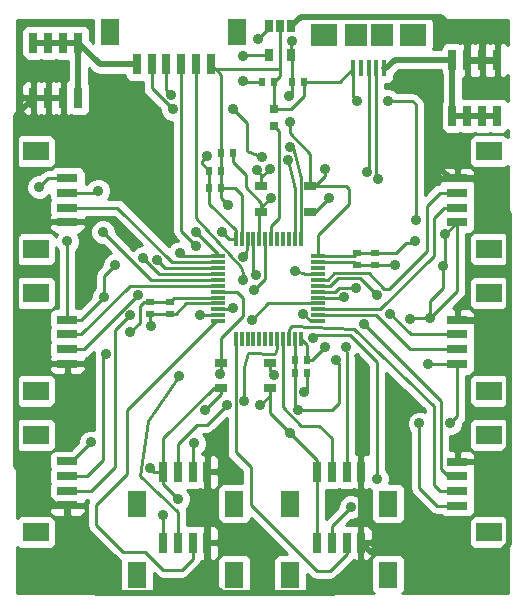
<source format=gtl>
G04 (created by PCBNEW (25-Oct-2014 BZR 4029)-stable) date Fri 14 Aug 2015 02:05:26 PM EDT*
%MOIN*%
G04 Gerber Fmt 3.4, Leading zero omitted, Abs format*
%FSLAX34Y34*%
G01*
G70*
G90*
G04 APERTURE LIST*
%ADD10C,0.00393701*%
%ADD11R,0.0275591X0.0708661*%
%ADD12R,0.0629921X0.0866142*%
%ADD13R,0.0472441X0.011811*%
%ADD14R,0.011811X0.0472441*%
%ADD15R,0.0748031X0.0748031*%
%ADD16R,0.0905512X0.0748031*%
%ADD17R,0.015748X0.0551181*%
%ADD18R,0.0275591X0.0393701*%
%ADD19R,0.0283465X0.0700787*%
%ADD20R,0.0708661X0.0275591*%
%ADD21R,0.0866142X0.0629921*%
%ADD22R,0.0314961X0.0314961*%
%ADD23R,0.023622X0.0275591*%
%ADD24R,0.0275591X0.023622*%
%ADD25R,0.0413386X0.0255906*%
%ADD26C,0.035*%
%ADD27C,0.01*%
%ADD28C,0.02*%
G04 APERTURE END LIST*
G54D10*
G54D11*
X46998Y-49212D03*
X46505Y-49212D03*
X47490Y-49212D03*
X47972Y-49212D03*
G54D12*
X48868Y-50275D03*
X45620Y-50275D03*
G54D13*
X48326Y-39665D03*
X48326Y-39862D03*
X48326Y-40059D03*
X48326Y-40255D03*
X48326Y-40452D03*
X48326Y-40649D03*
X48326Y-40846D03*
X48326Y-41043D03*
X48326Y-41240D03*
X48326Y-41437D03*
X48326Y-41633D03*
X48326Y-41830D03*
X51673Y-41830D03*
X51673Y-41633D03*
X51673Y-41437D03*
X51673Y-41240D03*
X51673Y-41043D03*
X51673Y-40846D03*
X51673Y-40649D03*
X51673Y-40452D03*
X51673Y-40255D03*
X51673Y-40059D03*
X51673Y-39862D03*
X51673Y-39665D03*
G54D14*
X48917Y-42421D03*
X49114Y-42421D03*
X49311Y-42421D03*
X49507Y-42421D03*
X49704Y-42421D03*
X49901Y-42421D03*
X50098Y-42421D03*
X50295Y-42421D03*
X50492Y-42421D03*
X50688Y-42421D03*
X50885Y-42421D03*
X51082Y-42421D03*
X51082Y-39074D03*
X50885Y-39074D03*
X50688Y-39074D03*
X50492Y-39074D03*
X50295Y-39074D03*
X50098Y-39074D03*
X49901Y-39074D03*
X49704Y-39074D03*
X49507Y-39074D03*
X49311Y-39074D03*
X49114Y-39074D03*
X48917Y-39074D03*
G54D15*
X53779Y-32283D03*
X52913Y-32283D03*
G54D16*
X54822Y-32283D03*
X51870Y-32283D03*
G54D17*
X53346Y-33405D03*
X53602Y-33405D03*
X53858Y-33405D03*
X53090Y-33405D03*
X52834Y-33405D03*
G54D18*
X50393Y-32007D03*
X50767Y-32007D03*
X50019Y-32007D03*
X50767Y-32952D03*
X50019Y-32952D03*
G54D19*
X56639Y-34976D03*
X56139Y-34976D03*
X57139Y-34976D03*
X57639Y-34976D03*
X57639Y-33133D03*
X57139Y-33133D03*
X56639Y-33133D03*
X56139Y-33133D03*
X43163Y-32543D03*
X43663Y-32543D03*
X42663Y-32543D03*
X42163Y-32543D03*
X42163Y-34385D03*
X42663Y-34385D03*
X43163Y-34385D03*
X43663Y-34385D03*
G54D11*
X47096Y-33267D03*
X47588Y-33267D03*
X48080Y-33267D03*
X46604Y-33267D03*
X46112Y-33267D03*
X45620Y-33267D03*
G54D12*
X44734Y-32204D03*
X48966Y-32204D03*
G54D11*
X46998Y-46850D03*
X46505Y-46850D03*
X47490Y-46850D03*
X47972Y-46850D03*
G54D12*
X48868Y-47913D03*
X45620Y-47913D03*
G54D20*
X43307Y-37549D03*
X43307Y-37057D03*
X43307Y-38041D03*
X43307Y-38523D03*
G54D21*
X42244Y-39419D03*
X42244Y-36171D03*
G54D20*
X43307Y-42273D03*
X43307Y-41781D03*
X43307Y-42765D03*
X43307Y-43248D03*
G54D21*
X42244Y-44143D03*
X42244Y-40895D03*
G54D20*
X43307Y-46998D03*
X43307Y-46505D03*
X43307Y-47490D03*
X43307Y-47972D03*
G54D21*
X42244Y-48868D03*
X42244Y-45620D03*
G54D11*
X52116Y-49212D03*
X51624Y-49212D03*
X52608Y-49212D03*
X53090Y-49212D03*
G54D12*
X53986Y-50275D03*
X50738Y-50275D03*
G54D11*
X52116Y-46850D03*
X51624Y-46850D03*
X52608Y-46850D03*
X53090Y-46850D03*
G54D12*
X53986Y-47913D03*
X50738Y-47913D03*
G54D20*
X56299Y-47490D03*
X56299Y-47982D03*
X56299Y-46998D03*
X56299Y-46515D03*
G54D21*
X57362Y-45620D03*
X57362Y-48868D03*
G54D20*
X56299Y-42765D03*
X56299Y-43257D03*
X56299Y-42273D03*
X56299Y-41791D03*
G54D21*
X57362Y-40895D03*
X57362Y-44143D03*
G54D20*
X56299Y-38041D03*
X56299Y-38533D03*
X56299Y-37549D03*
X56299Y-37066D03*
G54D21*
X57362Y-36171D03*
X57362Y-39419D03*
G54D22*
X50196Y-35334D03*
X50196Y-34744D03*
G54D23*
X48031Y-37401D03*
X48425Y-37401D03*
G54D24*
X46732Y-41181D03*
X46732Y-41574D03*
X52952Y-39566D03*
X52952Y-39960D03*
G54D23*
X50905Y-43110D03*
X51299Y-43110D03*
X48425Y-36811D03*
X48031Y-36811D03*
G54D24*
X53543Y-39566D03*
X53543Y-39960D03*
X46062Y-41181D03*
X46062Y-41574D03*
G54D23*
X50905Y-43543D03*
X51299Y-43543D03*
X48818Y-36220D03*
X48425Y-36220D03*
X49803Y-33858D03*
X50196Y-33858D03*
X50787Y-33858D03*
X51181Y-33858D03*
G54D25*
X49773Y-38175D03*
X49773Y-37328D03*
X51407Y-38175D03*
X51407Y-37328D03*
X48423Y-44064D03*
X48423Y-43218D03*
X50057Y-44064D03*
X50057Y-43218D03*
G54D26*
X50059Y-36748D03*
X51897Y-36767D03*
X49633Y-36807D03*
X47952Y-36326D03*
X50700Y-34338D03*
X50708Y-35177D03*
X51889Y-42677D03*
X54881Y-39173D03*
X47047Y-39566D03*
X46102Y-42007D03*
X47598Y-38858D03*
X48464Y-38858D03*
X50787Y-32480D03*
X49645Y-32440D03*
X55472Y-35000D03*
X57047Y-32007D03*
X49740Y-44629D03*
X47889Y-44791D03*
X48661Y-37952D03*
X44881Y-39960D03*
X50708Y-45551D03*
X50984Y-44803D03*
X55314Y-43267D03*
X55826Y-40000D03*
X54212Y-39960D03*
X42362Y-37362D03*
X43307Y-39173D03*
X45393Y-42204D03*
X44527Y-41023D03*
X55905Y-38937D03*
X54921Y-38464D03*
X53976Y-34488D03*
X52952Y-34488D03*
X56062Y-45236D03*
X55039Y-45236D03*
X44094Y-45866D03*
X46062Y-46732D03*
X47007Y-47755D03*
X46496Y-48307D03*
X55393Y-41732D03*
X52244Y-43110D03*
X54724Y-41771D03*
X47011Y-43649D03*
X49606Y-40275D03*
X46811Y-34763D03*
X48818Y-34763D03*
X49775Y-36354D03*
X50645Y-36448D03*
X46771Y-34291D03*
X50740Y-36011D03*
X49173Y-40472D03*
X48818Y-41377D03*
X47598Y-39330D03*
X47716Y-41614D03*
X44330Y-37480D03*
X44488Y-38858D03*
X48405Y-43590D03*
X51185Y-44192D03*
X50177Y-43618D03*
X49188Y-44492D03*
X48629Y-44610D03*
X54055Y-41574D03*
X53622Y-40944D03*
X53188Y-41929D03*
X52913Y-40708D03*
X52598Y-42677D03*
X52519Y-41023D03*
X52755Y-48031D03*
X53622Y-47086D03*
X51496Y-42401D03*
X49173Y-39685D03*
X47519Y-45901D03*
X49460Y-41783D03*
X45393Y-41614D03*
X45826Y-39724D03*
X44606Y-42913D03*
X49527Y-40787D03*
X49173Y-32992D03*
X49173Y-33818D03*
X53673Y-37078D03*
X51161Y-41578D03*
X52011Y-37708D03*
X50078Y-37708D03*
X50874Y-40165D03*
X53295Y-36854D03*
X45669Y-40944D03*
X46299Y-39803D03*
G54D27*
X51407Y-37328D02*
X51545Y-37328D01*
X49773Y-37033D02*
X49773Y-37328D01*
X50059Y-36748D02*
X49773Y-37033D01*
X51897Y-36976D02*
X51897Y-36767D01*
X51545Y-37328D02*
X51897Y-36976D01*
X49773Y-37328D02*
X49773Y-36946D01*
X49773Y-36946D02*
X49633Y-36807D01*
X47952Y-36326D02*
X47787Y-36492D01*
X47787Y-36492D02*
X47787Y-36566D01*
X47787Y-36566D02*
X48031Y-36811D01*
X51407Y-37328D02*
X51407Y-36265D01*
X50787Y-34251D02*
X50787Y-33858D01*
X50700Y-34338D02*
X50787Y-34251D01*
X50708Y-35566D02*
X50708Y-35177D01*
X51407Y-36265D02*
X50708Y-35566D01*
X51673Y-39665D02*
X51673Y-38956D01*
X52596Y-37328D02*
X51407Y-37328D01*
X52688Y-37421D02*
X52596Y-37328D01*
X52688Y-37940D02*
X52688Y-37421D01*
X51673Y-38956D02*
X52688Y-37940D01*
X46732Y-41574D02*
X46062Y-41574D01*
X54606Y-39212D02*
X54842Y-39212D01*
X51456Y-43110D02*
X51299Y-43110D01*
X51889Y-42677D02*
X51456Y-43110D01*
X54842Y-39212D02*
X54881Y-39173D01*
X46062Y-41574D02*
X46062Y-41968D01*
X47145Y-39665D02*
X48326Y-39665D01*
X47047Y-39566D02*
X47145Y-39665D01*
X46062Y-41968D02*
X46102Y-42007D01*
X48326Y-39665D02*
X48326Y-39586D01*
X48326Y-39586D02*
X47598Y-38858D01*
X48464Y-38858D02*
X48681Y-39074D01*
X48681Y-39074D02*
X48917Y-39074D01*
X53543Y-39566D02*
X54251Y-39566D01*
X54251Y-39566D02*
X54606Y-39212D01*
X50019Y-32007D02*
X50019Y-32066D01*
X50767Y-32500D02*
X50767Y-32952D01*
X50787Y-32480D02*
X50767Y-32500D01*
X50019Y-32066D02*
X49645Y-32440D01*
X50787Y-33858D02*
X50787Y-32972D01*
X50787Y-32972D02*
X50767Y-32952D01*
X51673Y-39665D02*
X52854Y-39665D01*
X52854Y-39665D02*
X52952Y-39566D01*
X52952Y-39566D02*
X53543Y-39566D01*
X51299Y-43110D02*
X51299Y-42637D01*
X51299Y-42637D02*
X51082Y-42421D01*
X48326Y-41240D02*
X47263Y-41240D01*
X46929Y-41574D02*
X46062Y-41574D01*
X47263Y-41240D02*
X46929Y-41574D01*
X48031Y-37401D02*
X48031Y-36811D01*
X48917Y-39074D02*
X48917Y-38799D01*
X48031Y-37913D02*
X48031Y-37401D01*
X48917Y-38799D02*
X48031Y-37913D01*
G54D28*
X41574Y-38976D02*
X41574Y-34974D01*
X41574Y-34974D02*
X42163Y-34385D01*
X41574Y-43700D02*
X41574Y-38976D01*
X42027Y-38523D02*
X43307Y-38523D01*
X41574Y-38976D02*
X42027Y-38523D01*
X43307Y-47972D02*
X42893Y-47972D01*
X42027Y-43248D02*
X43307Y-43248D01*
X41574Y-43700D02*
X42027Y-43248D01*
X41574Y-46653D02*
X41574Y-43700D01*
X42893Y-47972D02*
X41574Y-46653D01*
X48464Y-50905D02*
X44251Y-50905D01*
X43307Y-49960D02*
X43307Y-47972D01*
X44251Y-50905D02*
X43307Y-49960D01*
X47972Y-49212D02*
X47972Y-46850D01*
X53090Y-49212D02*
X53090Y-50019D01*
X47972Y-50413D02*
X47972Y-49212D01*
X48464Y-50905D02*
X47972Y-50413D01*
X52204Y-50905D02*
X48464Y-50905D01*
X53090Y-50019D02*
X52204Y-50905D01*
X58011Y-46043D02*
X58011Y-49271D01*
X53444Y-49566D02*
X53090Y-49212D01*
X57716Y-49566D02*
X53444Y-49566D01*
X58011Y-49271D02*
X57716Y-49566D01*
X53090Y-49212D02*
X53090Y-46850D01*
X58011Y-41397D02*
X58011Y-46043D01*
X57539Y-46515D02*
X56299Y-46515D01*
X58011Y-46043D02*
X57539Y-46515D01*
X56299Y-37066D02*
X56830Y-37066D01*
X57618Y-41791D02*
X56299Y-41791D01*
X58031Y-41377D02*
X58011Y-41397D01*
X58011Y-41397D02*
X57618Y-41791D01*
X58031Y-38267D02*
X58031Y-41377D01*
X56830Y-37066D02*
X58031Y-38267D01*
X57139Y-33133D02*
X57139Y-32100D01*
X56043Y-37066D02*
X56299Y-37066D01*
X55472Y-36496D02*
X56043Y-37066D01*
X55472Y-35000D02*
X55472Y-36496D01*
X57139Y-32100D02*
X57047Y-32007D01*
X56639Y-33133D02*
X57139Y-33133D01*
X57139Y-33133D02*
X57639Y-33133D01*
X56639Y-33133D02*
X56639Y-32584D01*
X51082Y-31692D02*
X50767Y-32007D01*
X55748Y-31692D02*
X51082Y-31692D01*
X56639Y-32584D02*
X55748Y-31692D01*
G54D27*
X42163Y-34385D02*
X42663Y-34385D01*
X42663Y-34385D02*
X43163Y-34385D01*
X51624Y-46850D02*
X51624Y-46466D01*
X51624Y-46466D02*
X50708Y-45551D01*
X48423Y-44064D02*
X48423Y-44257D01*
X50057Y-44312D02*
X50057Y-44064D01*
X49740Y-44629D02*
X50057Y-44312D01*
X48423Y-44257D02*
X47889Y-44791D01*
X48423Y-44064D02*
X48179Y-44064D01*
X46505Y-45738D02*
X46505Y-46850D01*
X48179Y-44064D02*
X46505Y-45738D01*
X50057Y-44064D02*
X50057Y-44899D01*
X50057Y-44899D02*
X50708Y-45551D01*
X44527Y-41023D02*
X44527Y-40314D01*
X48425Y-37716D02*
X48425Y-37401D01*
X48661Y-37952D02*
X48425Y-37716D01*
X44527Y-40314D02*
X44881Y-39960D01*
X56299Y-43257D02*
X55324Y-43257D01*
X55324Y-43257D02*
X55314Y-43267D01*
X56299Y-40826D02*
X56299Y-38533D01*
X53543Y-39960D02*
X54212Y-39960D01*
X55905Y-39921D02*
X55905Y-38937D01*
X55826Y-40000D02*
X55905Y-39921D01*
X43307Y-41781D02*
X43307Y-39173D01*
X42667Y-37057D02*
X43307Y-37057D01*
X42362Y-37362D02*
X42667Y-37057D01*
X43307Y-41781D02*
X43769Y-41781D01*
X45866Y-41181D02*
X46062Y-41181D01*
X45708Y-41338D02*
X45866Y-41181D01*
X45708Y-41889D02*
X45708Y-41338D01*
X45393Y-42204D02*
X45708Y-41889D01*
X43769Y-41781D02*
X44527Y-41023D01*
X56299Y-38533D02*
X56299Y-38543D01*
X56299Y-38543D02*
X55905Y-38937D01*
X52834Y-34370D02*
X52834Y-33405D01*
X54921Y-38464D02*
X54921Y-36181D01*
X54921Y-36181D02*
X54921Y-34606D01*
X54921Y-34606D02*
X54803Y-34488D01*
X54803Y-34488D02*
X53976Y-34488D01*
X52952Y-34488D02*
X52834Y-34370D01*
X56299Y-47982D02*
X55620Y-47982D01*
X56299Y-45000D02*
X56299Y-43257D01*
X56062Y-45236D02*
X56299Y-45000D01*
X55039Y-47401D02*
X55039Y-45236D01*
X55620Y-47982D02*
X55039Y-47401D01*
X51624Y-49212D02*
X51624Y-46850D01*
X46505Y-46850D02*
X46181Y-46850D01*
X43454Y-46505D02*
X43307Y-46505D01*
X44094Y-45866D02*
X43454Y-46505D01*
X46181Y-46850D02*
X46062Y-46732D01*
X46505Y-49212D02*
X46505Y-48316D01*
X46505Y-47253D02*
X46505Y-46850D01*
X47007Y-47755D02*
X46505Y-47253D01*
X46505Y-48316D02*
X46496Y-48307D01*
X51673Y-39862D02*
X52854Y-39862D01*
X52854Y-39862D02*
X52952Y-39960D01*
X52952Y-39960D02*
X53543Y-39960D01*
X50905Y-43543D02*
X50905Y-43110D01*
X50905Y-43110D02*
X50885Y-43090D01*
X50885Y-43090D02*
X50885Y-42421D01*
X48326Y-41043D02*
X46870Y-41043D01*
X46870Y-41043D02*
X46732Y-41181D01*
X46732Y-41181D02*
X46062Y-41181D01*
X49114Y-39074D02*
X49114Y-37618D01*
X49114Y-37618D02*
X48897Y-37401D01*
X48897Y-37401D02*
X48425Y-37401D01*
X48425Y-37401D02*
X48425Y-36811D01*
X48425Y-36811D02*
X48425Y-36220D01*
X48425Y-36220D02*
X48425Y-33612D01*
X48425Y-33612D02*
X48080Y-33267D01*
X51181Y-33858D02*
X52381Y-33858D01*
X52381Y-33858D02*
X52834Y-33405D01*
X50393Y-33425D02*
X48238Y-33425D01*
X48238Y-33425D02*
X48080Y-33267D01*
X50393Y-32007D02*
X50393Y-33425D01*
X50393Y-33425D02*
X50393Y-33661D01*
X50393Y-33661D02*
X50196Y-33858D01*
X50196Y-34744D02*
X50767Y-34744D01*
X51181Y-34330D02*
X51181Y-33858D01*
X50767Y-34744D02*
X51181Y-34330D01*
X50196Y-34744D02*
X50196Y-33858D01*
X55393Y-41732D02*
X54763Y-41732D01*
X54763Y-41732D02*
X54724Y-41771D01*
X55826Y-40000D02*
X55826Y-40708D01*
X55393Y-41141D02*
X55393Y-41732D01*
X55826Y-40708D02*
X55393Y-41141D01*
X55393Y-41732D02*
X56299Y-40826D01*
X52125Y-44803D02*
X50984Y-44803D01*
X52362Y-44566D02*
X52125Y-44803D01*
X52362Y-43228D02*
X52362Y-44566D01*
X52244Y-43110D02*
X52362Y-43228D01*
X50905Y-44724D02*
X50905Y-43543D01*
X50984Y-44803D02*
X50905Y-44724D01*
X49507Y-39074D02*
X49507Y-40177D01*
X46998Y-48179D02*
X46998Y-49212D01*
X45708Y-47007D02*
X46998Y-48179D01*
X45984Y-45157D02*
X45708Y-47007D01*
X47011Y-43649D02*
X45984Y-45157D01*
X49507Y-40177D02*
X49606Y-40275D01*
X50492Y-42421D02*
X50492Y-44704D01*
X52116Y-45738D02*
X52116Y-46850D01*
X51692Y-45314D02*
X52116Y-45738D01*
X51102Y-45314D02*
X51692Y-45314D01*
X50492Y-44704D02*
X51102Y-45314D01*
X50885Y-39074D02*
X50885Y-37421D01*
X46112Y-34064D02*
X46112Y-33267D01*
X46811Y-34763D02*
X46112Y-34064D01*
X49291Y-35236D02*
X48818Y-34763D01*
X49299Y-36153D02*
X49291Y-35236D01*
X49775Y-36354D02*
X49299Y-36153D01*
X50885Y-37421D02*
X50645Y-36448D01*
X51082Y-39074D02*
X51082Y-37066D01*
X46604Y-34124D02*
X46604Y-33267D01*
X46771Y-34291D02*
X46604Y-34124D01*
X50818Y-36011D02*
X50740Y-36011D01*
X51082Y-37066D02*
X50818Y-36011D01*
X48326Y-41437D02*
X48759Y-41437D01*
X47598Y-33277D02*
X47588Y-33267D01*
X47598Y-38385D02*
X47598Y-33277D01*
X49094Y-40039D02*
X47598Y-38385D01*
X49212Y-40433D02*
X49094Y-40039D01*
X49173Y-40472D02*
X49212Y-40433D01*
X48759Y-41437D02*
X48818Y-41377D01*
X48326Y-41633D02*
X47736Y-41633D01*
X47096Y-38828D02*
X47096Y-33267D01*
X47598Y-39330D02*
X47096Y-38828D01*
X47736Y-41633D02*
X47716Y-41614D01*
X48326Y-40649D02*
X45374Y-40649D01*
X43750Y-42273D02*
X43307Y-42273D01*
X45374Y-40649D02*
X43750Y-42273D01*
X48326Y-40452D02*
X46082Y-40452D01*
X44261Y-37549D02*
X43307Y-37549D01*
X44330Y-37480D02*
X44261Y-37549D01*
X46082Y-40452D02*
X44488Y-38858D01*
X48423Y-43218D02*
X48423Y-43572D01*
X48423Y-43572D02*
X48405Y-43590D01*
X51299Y-43543D02*
X51299Y-44078D01*
X51299Y-44078D02*
X51185Y-44192D01*
X50057Y-43498D02*
X50057Y-43218D01*
X50177Y-43618D02*
X50057Y-43498D01*
X48326Y-40846D02*
X48944Y-40846D01*
X48423Y-42387D02*
X48423Y-43218D01*
X49169Y-41641D02*
X48423Y-42387D01*
X49169Y-41070D02*
X49169Y-41641D01*
X48944Y-40846D02*
X49169Y-41070D01*
G54D28*
X56139Y-33133D02*
X56139Y-34976D01*
X56139Y-34976D02*
X56639Y-34976D01*
X56639Y-34976D02*
X57139Y-34976D01*
X57139Y-34976D02*
X57639Y-34976D01*
X53858Y-33405D02*
X53917Y-33405D01*
X56116Y-33110D02*
X56139Y-33133D01*
X54212Y-33110D02*
X56116Y-33110D01*
X53917Y-33405D02*
X54212Y-33110D01*
G54D27*
X46998Y-46850D02*
X46998Y-45923D01*
X50295Y-42724D02*
X50295Y-42421D01*
X50232Y-42917D02*
X50295Y-42724D01*
X49314Y-42901D02*
X50232Y-42917D01*
X49196Y-43362D02*
X49314Y-42901D01*
X49196Y-44484D02*
X49196Y-43362D01*
X49188Y-44492D02*
X49196Y-44484D01*
X47948Y-45291D02*
X48629Y-44610D01*
X47629Y-45291D02*
X47948Y-45291D01*
X46998Y-45923D02*
X47629Y-45291D01*
X50098Y-39074D02*
X50098Y-38653D01*
X50358Y-35496D02*
X50196Y-35334D01*
X50358Y-38393D02*
X50358Y-35496D01*
X50098Y-38653D02*
X50358Y-38393D01*
G54D28*
X43163Y-32543D02*
X43663Y-32543D01*
X43663Y-32543D02*
X43663Y-34385D01*
X45620Y-33267D02*
X44387Y-33267D01*
X44387Y-33267D02*
X43663Y-32543D01*
X43663Y-32543D02*
X42663Y-32543D01*
X42663Y-32543D02*
X42163Y-32543D01*
G54D27*
X51673Y-40452D02*
X51988Y-40452D01*
X55718Y-37549D02*
X56299Y-37549D01*
X55275Y-37992D02*
X55718Y-37549D01*
X55275Y-39488D02*
X55275Y-37992D01*
X54015Y-40748D02*
X55275Y-39488D01*
X53858Y-40748D02*
X54015Y-40748D01*
X53346Y-40236D02*
X53858Y-40748D01*
X52204Y-40236D02*
X53346Y-40236D01*
X51988Y-40452D02*
X52204Y-40236D01*
X51673Y-40649D02*
X52066Y-40649D01*
X54753Y-42273D02*
X56299Y-42273D01*
X54055Y-41574D02*
X54753Y-42273D01*
X53070Y-40393D02*
X53622Y-40944D01*
X52322Y-40393D02*
X53070Y-40393D01*
X52066Y-40649D02*
X52322Y-40393D01*
X51673Y-40846D02*
X52224Y-40846D01*
X55974Y-46998D02*
X56299Y-46998D01*
X55748Y-46771D02*
X55974Y-46998D01*
X55748Y-44488D02*
X55748Y-46771D01*
X53188Y-41929D02*
X55748Y-44488D01*
X52362Y-40708D02*
X52913Y-40708D01*
X52224Y-40846D02*
X52362Y-40708D01*
X51673Y-41043D02*
X52500Y-41043D01*
X52608Y-43001D02*
X52608Y-46850D01*
X52598Y-42677D02*
X52608Y-43001D01*
X52500Y-41043D02*
X52519Y-41023D01*
X49311Y-39074D02*
X49271Y-39586D01*
X52116Y-48671D02*
X52116Y-49212D01*
X52755Y-48031D02*
X52116Y-48671D01*
X53622Y-43188D02*
X53622Y-47086D01*
X52716Y-42283D02*
X53622Y-43188D01*
X51614Y-42283D02*
X52716Y-42283D01*
X51496Y-42401D02*
X51614Y-42283D01*
X49271Y-39586D02*
X49173Y-39685D01*
X51673Y-41240D02*
X50003Y-41240D01*
X47490Y-45931D02*
X47490Y-46850D01*
X47519Y-45901D02*
X47490Y-45931D01*
X50003Y-41240D02*
X49460Y-41783D01*
X48917Y-42421D02*
X48917Y-46200D01*
X52608Y-49596D02*
X52608Y-49212D01*
X52047Y-50157D02*
X52608Y-49596D01*
X51614Y-50157D02*
X52047Y-50157D01*
X49409Y-47952D02*
X51614Y-50157D01*
X49409Y-46692D02*
X49409Y-47952D01*
X48917Y-46200D02*
X49409Y-46692D01*
X48326Y-41830D02*
X48248Y-41830D01*
X47490Y-49753D02*
X47490Y-49212D01*
X47125Y-50118D02*
X47490Y-49753D01*
X46496Y-50118D02*
X47125Y-50118D01*
X45905Y-49527D02*
X46496Y-50118D01*
X45157Y-49527D02*
X45905Y-49527D01*
X44251Y-48622D02*
X45157Y-49527D01*
X44251Y-47952D02*
X44251Y-48622D01*
X45275Y-46929D02*
X44251Y-47952D01*
X45275Y-44803D02*
X45275Y-46929D01*
X48248Y-41830D02*
X45275Y-44803D01*
X48326Y-40255D02*
X46358Y-40255D01*
X44084Y-47490D02*
X43307Y-47490D01*
X44881Y-46692D02*
X44084Y-47490D01*
X44881Y-42125D02*
X44881Y-46692D01*
X45393Y-41614D02*
X44881Y-42125D01*
X46358Y-40255D02*
X45826Y-39724D01*
X49901Y-39074D02*
X49901Y-40413D01*
X43946Y-46998D02*
X43307Y-46998D01*
X44488Y-46456D02*
X43946Y-46998D01*
X44488Y-43031D02*
X44488Y-46456D01*
X44606Y-42913D02*
X44488Y-43031D01*
X49901Y-40413D02*
X49527Y-40787D01*
X49803Y-33858D02*
X49212Y-33858D01*
X49212Y-32952D02*
X50019Y-32952D01*
X49173Y-32992D02*
X49212Y-32952D01*
X49212Y-33858D02*
X49173Y-33818D01*
X51673Y-41830D02*
X51413Y-41830D01*
X53578Y-36984D02*
X53602Y-33405D01*
X53673Y-37078D02*
X53578Y-36984D01*
X51413Y-41830D02*
X51161Y-41578D01*
X49773Y-38175D02*
X49773Y-38013D01*
X51545Y-38175D02*
X51407Y-38175D01*
X52011Y-37708D02*
X51545Y-38175D01*
X49773Y-38013D02*
X50078Y-37708D01*
X49773Y-38175D02*
X49773Y-37891D01*
X48818Y-36527D02*
X48818Y-36220D01*
X49251Y-36960D02*
X48818Y-36527D01*
X49251Y-37370D02*
X49251Y-36960D01*
X49773Y-37891D02*
X49251Y-37370D01*
X49704Y-39074D02*
X49704Y-38244D01*
X49704Y-38244D02*
X49773Y-38175D01*
X51673Y-40255D02*
X51248Y-40255D01*
X51248Y-40255D02*
X50874Y-40165D01*
X53295Y-36854D02*
X53346Y-36803D01*
X53346Y-36803D02*
X53346Y-33405D01*
X48326Y-40059D02*
X46555Y-40059D01*
X43848Y-42765D02*
X43307Y-42765D01*
X45669Y-40944D02*
X43848Y-42765D01*
X46555Y-40059D02*
X46299Y-39803D01*
X48326Y-39862D02*
X46791Y-39862D01*
X44970Y-38041D02*
X43307Y-38041D01*
X46791Y-39862D02*
X44970Y-38041D01*
X51673Y-41437D02*
X53720Y-41437D01*
X55856Y-38041D02*
X56299Y-38041D01*
X55511Y-38385D02*
X55856Y-38041D01*
X55511Y-39645D02*
X55511Y-38385D01*
X53720Y-41437D02*
X55511Y-39645D01*
X51673Y-41633D02*
X53602Y-41633D01*
X54734Y-42765D02*
X56299Y-42765D01*
X53602Y-41633D02*
X54734Y-42765D01*
X50688Y-42421D02*
X50688Y-42106D01*
X55718Y-47490D02*
X56299Y-47490D01*
X55511Y-47283D02*
X55718Y-47490D01*
X55511Y-44645D02*
X55511Y-47283D01*
X52850Y-42106D02*
X55511Y-44645D01*
X50791Y-42000D02*
X52850Y-42106D01*
X50688Y-42106D02*
X50791Y-42000D01*
G54D10*
G36*
X45144Y-50901D02*
X43911Y-50901D01*
X43911Y-48159D01*
X43911Y-48084D01*
X43848Y-48022D01*
X43357Y-48022D01*
X43357Y-48297D01*
X43419Y-48360D01*
X43611Y-48360D01*
X43711Y-48360D01*
X43803Y-48322D01*
X43873Y-48251D01*
X43911Y-48159D01*
X43911Y-50901D01*
X43257Y-50901D01*
X43257Y-48297D01*
X43257Y-48022D01*
X42765Y-48022D01*
X42702Y-48084D01*
X42702Y-48159D01*
X42740Y-48251D01*
X42810Y-48322D01*
X42902Y-48360D01*
X43002Y-48360D01*
X43194Y-48360D01*
X43257Y-48297D01*
X43257Y-50901D01*
X41618Y-50901D01*
X41618Y-49343D01*
X41669Y-49394D01*
X41761Y-49433D01*
X41860Y-49433D01*
X42726Y-49433D01*
X42818Y-49395D01*
X42888Y-49324D01*
X42927Y-49233D01*
X42927Y-49133D01*
X42927Y-48503D01*
X42889Y-48411D01*
X42818Y-48341D01*
X42727Y-48303D01*
X42627Y-48303D01*
X41761Y-48303D01*
X41669Y-48341D01*
X41618Y-48392D01*
X41618Y-46095D01*
X41669Y-46146D01*
X41761Y-46184D01*
X41860Y-46185D01*
X42726Y-46185D01*
X42818Y-46147D01*
X42888Y-46076D01*
X42927Y-45984D01*
X42927Y-45885D01*
X42927Y-45255D01*
X42889Y-45163D01*
X42818Y-45093D01*
X42727Y-45055D01*
X42627Y-45055D01*
X41761Y-45055D01*
X41669Y-45093D01*
X41618Y-45144D01*
X41618Y-44619D01*
X41669Y-44670D01*
X41761Y-44708D01*
X41860Y-44708D01*
X42726Y-44708D01*
X42818Y-44670D01*
X42888Y-44600D01*
X42927Y-44508D01*
X42927Y-44409D01*
X42927Y-43779D01*
X42889Y-43687D01*
X42818Y-43616D01*
X42727Y-43578D01*
X42627Y-43578D01*
X41761Y-43578D01*
X41669Y-43616D01*
X41618Y-43668D01*
X41618Y-41371D01*
X41669Y-41422D01*
X41761Y-41460D01*
X41860Y-41460D01*
X42726Y-41460D01*
X42818Y-41422D01*
X42888Y-41352D01*
X42927Y-41260D01*
X42927Y-41161D01*
X42927Y-40531D01*
X42889Y-40439D01*
X42818Y-40368D01*
X42727Y-40330D01*
X42627Y-40330D01*
X41761Y-40330D01*
X41669Y-40368D01*
X41618Y-40420D01*
X41618Y-39894D01*
X41669Y-39946D01*
X41761Y-39984D01*
X41860Y-39984D01*
X42726Y-39984D01*
X42818Y-39946D01*
X42888Y-39876D01*
X42927Y-39784D01*
X42927Y-39684D01*
X42927Y-39366D01*
X42946Y-39413D01*
X43007Y-39474D01*
X43007Y-41393D01*
X42903Y-41393D01*
X42811Y-41431D01*
X42740Y-41501D01*
X42702Y-41593D01*
X42702Y-41693D01*
X42702Y-41968D01*
X42727Y-42027D01*
X42702Y-42085D01*
X42702Y-42185D01*
X42702Y-42460D01*
X42727Y-42519D01*
X42702Y-42578D01*
X42702Y-42677D01*
X42702Y-42953D01*
X42724Y-43006D01*
X42702Y-43060D01*
X42702Y-43135D01*
X42765Y-43198D01*
X43257Y-43198D01*
X43257Y-43190D01*
X43357Y-43190D01*
X43357Y-43198D01*
X43848Y-43198D01*
X43911Y-43135D01*
X43911Y-43060D01*
X43908Y-43053D01*
X43963Y-43042D01*
X43963Y-43042D01*
X44060Y-42977D01*
X44181Y-42857D01*
X44181Y-42997D01*
X44190Y-43019D01*
X44188Y-43031D01*
X44188Y-45444D01*
X44179Y-45441D01*
X44010Y-45441D01*
X43911Y-45481D01*
X43911Y-43435D01*
X43911Y-43360D01*
X43848Y-43298D01*
X43357Y-43298D01*
X43357Y-43573D01*
X43419Y-43635D01*
X43611Y-43635D01*
X43711Y-43635D01*
X43803Y-43597D01*
X43873Y-43527D01*
X43911Y-43435D01*
X43911Y-45481D01*
X43854Y-45505D01*
X43734Y-45625D01*
X43669Y-45781D01*
X43669Y-45866D01*
X43418Y-46118D01*
X43257Y-46118D01*
X43257Y-43573D01*
X43257Y-43298D01*
X42765Y-43298D01*
X42702Y-43360D01*
X42702Y-43435D01*
X42740Y-43527D01*
X42810Y-43597D01*
X42902Y-43635D01*
X43002Y-43635D01*
X43194Y-43635D01*
X43257Y-43573D01*
X43257Y-46118D01*
X42903Y-46118D01*
X42811Y-46156D01*
X42740Y-46226D01*
X42702Y-46318D01*
X42702Y-46417D01*
X42702Y-46693D01*
X42727Y-46751D01*
X42702Y-46810D01*
X42702Y-46909D01*
X42702Y-47185D01*
X42727Y-47244D01*
X42702Y-47302D01*
X42702Y-47401D01*
X42702Y-47677D01*
X42724Y-47731D01*
X42702Y-47785D01*
X42702Y-47859D01*
X42765Y-47922D01*
X43257Y-47922D01*
X43257Y-47914D01*
X43357Y-47914D01*
X43357Y-47922D01*
X43848Y-47922D01*
X43911Y-47859D01*
X43911Y-47790D01*
X44006Y-47790D01*
X43974Y-47837D01*
X43951Y-47952D01*
X43951Y-48622D01*
X43974Y-48736D01*
X44039Y-48834D01*
X44945Y-49739D01*
X44945Y-49739D01*
X45042Y-49804D01*
X45055Y-49807D01*
X45055Y-49892D01*
X45055Y-50758D01*
X45093Y-50850D01*
X45144Y-50901D01*
X45144Y-50901D01*
G37*
G54D27*
X45144Y-50901D02*
X43911Y-50901D01*
X43911Y-48159D01*
X43911Y-48084D01*
X43848Y-48022D01*
X43357Y-48022D01*
X43357Y-48297D01*
X43419Y-48360D01*
X43611Y-48360D01*
X43711Y-48360D01*
X43803Y-48322D01*
X43873Y-48251D01*
X43911Y-48159D01*
X43911Y-50901D01*
X43257Y-50901D01*
X43257Y-48297D01*
X43257Y-48022D01*
X42765Y-48022D01*
X42702Y-48084D01*
X42702Y-48159D01*
X42740Y-48251D01*
X42810Y-48322D01*
X42902Y-48360D01*
X43002Y-48360D01*
X43194Y-48360D01*
X43257Y-48297D01*
X43257Y-50901D01*
X41618Y-50901D01*
X41618Y-49343D01*
X41669Y-49394D01*
X41761Y-49433D01*
X41860Y-49433D01*
X42726Y-49433D01*
X42818Y-49395D01*
X42888Y-49324D01*
X42927Y-49233D01*
X42927Y-49133D01*
X42927Y-48503D01*
X42889Y-48411D01*
X42818Y-48341D01*
X42727Y-48303D01*
X42627Y-48303D01*
X41761Y-48303D01*
X41669Y-48341D01*
X41618Y-48392D01*
X41618Y-46095D01*
X41669Y-46146D01*
X41761Y-46184D01*
X41860Y-46185D01*
X42726Y-46185D01*
X42818Y-46147D01*
X42888Y-46076D01*
X42927Y-45984D01*
X42927Y-45885D01*
X42927Y-45255D01*
X42889Y-45163D01*
X42818Y-45093D01*
X42727Y-45055D01*
X42627Y-45055D01*
X41761Y-45055D01*
X41669Y-45093D01*
X41618Y-45144D01*
X41618Y-44619D01*
X41669Y-44670D01*
X41761Y-44708D01*
X41860Y-44708D01*
X42726Y-44708D01*
X42818Y-44670D01*
X42888Y-44600D01*
X42927Y-44508D01*
X42927Y-44409D01*
X42927Y-43779D01*
X42889Y-43687D01*
X42818Y-43616D01*
X42727Y-43578D01*
X42627Y-43578D01*
X41761Y-43578D01*
X41669Y-43616D01*
X41618Y-43668D01*
X41618Y-41371D01*
X41669Y-41422D01*
X41761Y-41460D01*
X41860Y-41460D01*
X42726Y-41460D01*
X42818Y-41422D01*
X42888Y-41352D01*
X42927Y-41260D01*
X42927Y-41161D01*
X42927Y-40531D01*
X42889Y-40439D01*
X42818Y-40368D01*
X42727Y-40330D01*
X42627Y-40330D01*
X41761Y-40330D01*
X41669Y-40368D01*
X41618Y-40420D01*
X41618Y-39894D01*
X41669Y-39946D01*
X41761Y-39984D01*
X41860Y-39984D01*
X42726Y-39984D01*
X42818Y-39946D01*
X42888Y-39876D01*
X42927Y-39784D01*
X42927Y-39684D01*
X42927Y-39366D01*
X42946Y-39413D01*
X43007Y-39474D01*
X43007Y-41393D01*
X42903Y-41393D01*
X42811Y-41431D01*
X42740Y-41501D01*
X42702Y-41593D01*
X42702Y-41693D01*
X42702Y-41968D01*
X42727Y-42027D01*
X42702Y-42085D01*
X42702Y-42185D01*
X42702Y-42460D01*
X42727Y-42519D01*
X42702Y-42578D01*
X42702Y-42677D01*
X42702Y-42953D01*
X42724Y-43006D01*
X42702Y-43060D01*
X42702Y-43135D01*
X42765Y-43198D01*
X43257Y-43198D01*
X43257Y-43190D01*
X43357Y-43190D01*
X43357Y-43198D01*
X43848Y-43198D01*
X43911Y-43135D01*
X43911Y-43060D01*
X43908Y-43053D01*
X43963Y-43042D01*
X43963Y-43042D01*
X44060Y-42977D01*
X44181Y-42857D01*
X44181Y-42997D01*
X44190Y-43019D01*
X44188Y-43031D01*
X44188Y-45444D01*
X44179Y-45441D01*
X44010Y-45441D01*
X43911Y-45481D01*
X43911Y-43435D01*
X43911Y-43360D01*
X43848Y-43298D01*
X43357Y-43298D01*
X43357Y-43573D01*
X43419Y-43635D01*
X43611Y-43635D01*
X43711Y-43635D01*
X43803Y-43597D01*
X43873Y-43527D01*
X43911Y-43435D01*
X43911Y-45481D01*
X43854Y-45505D01*
X43734Y-45625D01*
X43669Y-45781D01*
X43669Y-45866D01*
X43418Y-46118D01*
X43257Y-46118D01*
X43257Y-43573D01*
X43257Y-43298D01*
X42765Y-43298D01*
X42702Y-43360D01*
X42702Y-43435D01*
X42740Y-43527D01*
X42810Y-43597D01*
X42902Y-43635D01*
X43002Y-43635D01*
X43194Y-43635D01*
X43257Y-43573D01*
X43257Y-46118D01*
X42903Y-46118D01*
X42811Y-46156D01*
X42740Y-46226D01*
X42702Y-46318D01*
X42702Y-46417D01*
X42702Y-46693D01*
X42727Y-46751D01*
X42702Y-46810D01*
X42702Y-46909D01*
X42702Y-47185D01*
X42727Y-47244D01*
X42702Y-47302D01*
X42702Y-47401D01*
X42702Y-47677D01*
X42724Y-47731D01*
X42702Y-47785D01*
X42702Y-47859D01*
X42765Y-47922D01*
X43257Y-47922D01*
X43257Y-47914D01*
X43357Y-47914D01*
X43357Y-47922D01*
X43848Y-47922D01*
X43911Y-47859D01*
X43911Y-47790D01*
X44006Y-47790D01*
X43974Y-47837D01*
X43951Y-47952D01*
X43951Y-48622D01*
X43974Y-48736D01*
X44039Y-48834D01*
X44945Y-49739D01*
X44945Y-49739D01*
X45042Y-49804D01*
X45055Y-49807D01*
X45055Y-49892D01*
X45055Y-50758D01*
X45093Y-50850D01*
X45144Y-50901D01*
G54D10*
G36*
X46985Y-39141D02*
X46963Y-39141D01*
X46806Y-39206D01*
X46687Y-39325D01*
X46684Y-39331D01*
X45182Y-37829D01*
X45085Y-37764D01*
X44970Y-37741D01*
X44670Y-37741D01*
X44690Y-37721D01*
X44755Y-37565D01*
X44755Y-37396D01*
X44691Y-37239D01*
X44571Y-37120D01*
X44415Y-37055D01*
X44246Y-37055D01*
X44090Y-37119D01*
X43970Y-37239D01*
X43966Y-37249D01*
X43909Y-37249D01*
X43911Y-37244D01*
X43911Y-37145D01*
X43911Y-36869D01*
X43873Y-36777D01*
X43803Y-36707D01*
X43711Y-36669D01*
X43611Y-36669D01*
X43113Y-36669D01*
X43113Y-34923D01*
X43113Y-34435D01*
X43113Y-34335D01*
X43113Y-33847D01*
X43050Y-33785D01*
X42972Y-33785D01*
X42913Y-33809D01*
X42854Y-33785D01*
X42775Y-33785D01*
X42713Y-33847D01*
X42713Y-34335D01*
X42834Y-34335D01*
X42992Y-34335D01*
X43113Y-34335D01*
X43113Y-34435D01*
X42992Y-34435D01*
X42834Y-34435D01*
X42713Y-34435D01*
X42713Y-34923D01*
X42775Y-34986D01*
X42854Y-34986D01*
X42913Y-34961D01*
X42972Y-34986D01*
X43050Y-34986D01*
X43113Y-34923D01*
X43113Y-36669D01*
X42903Y-36669D01*
X42811Y-36707D01*
X42761Y-36757D01*
X42667Y-36757D01*
X42552Y-36779D01*
X42455Y-36844D01*
X42362Y-36937D01*
X42278Y-36937D01*
X42121Y-37001D01*
X42002Y-37121D01*
X41937Y-37277D01*
X41937Y-37446D01*
X42001Y-37602D01*
X42121Y-37722D01*
X42277Y-37787D01*
X42446Y-37787D01*
X42602Y-37722D01*
X42702Y-37622D01*
X42702Y-37736D01*
X42727Y-37795D01*
X42702Y-37853D01*
X42702Y-37953D01*
X42702Y-38228D01*
X42724Y-38282D01*
X42702Y-38336D01*
X42702Y-38411D01*
X42765Y-38473D01*
X43257Y-38473D01*
X43257Y-38465D01*
X43357Y-38465D01*
X43357Y-38473D01*
X43848Y-38473D01*
X43911Y-38411D01*
X43911Y-38341D01*
X44846Y-38341D01*
X45804Y-39299D01*
X45742Y-39299D01*
X45586Y-39363D01*
X45502Y-39447D01*
X44913Y-38859D01*
X44913Y-38774D01*
X44848Y-38617D01*
X44729Y-38498D01*
X44573Y-38433D01*
X44404Y-38433D01*
X44247Y-38497D01*
X44128Y-38617D01*
X44063Y-38773D01*
X44063Y-38942D01*
X44127Y-39098D01*
X44247Y-39218D01*
X44403Y-39283D01*
X44488Y-39283D01*
X44757Y-39552D01*
X44641Y-39600D01*
X44521Y-39719D01*
X44456Y-39875D01*
X44456Y-39961D01*
X44315Y-40102D01*
X44250Y-40200D01*
X44227Y-40314D01*
X44227Y-40722D01*
X44167Y-40782D01*
X44102Y-40938D01*
X44102Y-41024D01*
X43726Y-41400D01*
X43711Y-41393D01*
X43611Y-41393D01*
X43607Y-41393D01*
X43607Y-39474D01*
X43667Y-39414D01*
X43732Y-39258D01*
X43732Y-39089D01*
X43667Y-38932D01*
X43646Y-38911D01*
X43711Y-38911D01*
X43803Y-38873D01*
X43873Y-38802D01*
X43911Y-38710D01*
X43911Y-38636D01*
X43848Y-38573D01*
X43357Y-38573D01*
X43357Y-38581D01*
X43257Y-38581D01*
X43257Y-38573D01*
X42765Y-38573D01*
X42702Y-38636D01*
X42702Y-38710D01*
X42740Y-38802D01*
X42810Y-38873D01*
X42902Y-38911D01*
X42967Y-38911D01*
X42946Y-38932D01*
X42911Y-39017D01*
X42889Y-38962D01*
X42818Y-38892D01*
X42727Y-38854D01*
X42627Y-38854D01*
X41761Y-38854D01*
X41669Y-38892D01*
X41618Y-38943D01*
X41618Y-36646D01*
X41669Y-36698D01*
X41761Y-36736D01*
X41860Y-36736D01*
X42726Y-36736D01*
X42818Y-36698D01*
X42888Y-36628D01*
X42927Y-36536D01*
X42927Y-36436D01*
X42927Y-35806D01*
X42889Y-35714D01*
X42818Y-35644D01*
X42727Y-35606D01*
X42627Y-35606D01*
X42613Y-35606D01*
X42613Y-34923D01*
X42613Y-34435D01*
X42613Y-34335D01*
X42613Y-33847D01*
X42550Y-33785D01*
X42472Y-33785D01*
X42413Y-33809D01*
X42354Y-33785D01*
X42275Y-33785D01*
X42213Y-33847D01*
X42213Y-34335D01*
X42334Y-34335D01*
X42492Y-34335D01*
X42613Y-34335D01*
X42613Y-34435D01*
X42492Y-34435D01*
X42334Y-34435D01*
X42213Y-34435D01*
X42213Y-34923D01*
X42275Y-34986D01*
X42354Y-34986D01*
X42413Y-34961D01*
X42472Y-34986D01*
X42550Y-34986D01*
X42613Y-34923D01*
X42613Y-35606D01*
X42113Y-35606D01*
X42113Y-34923D01*
X42113Y-34435D01*
X42113Y-34335D01*
X42113Y-33847D01*
X42050Y-33785D01*
X41972Y-33785D01*
X41880Y-33823D01*
X41809Y-33893D01*
X41771Y-33985D01*
X41771Y-34084D01*
X41771Y-34273D01*
X41834Y-34335D01*
X42113Y-34335D01*
X42113Y-34435D01*
X41834Y-34435D01*
X41771Y-34498D01*
X41771Y-34686D01*
X41771Y-34786D01*
X41809Y-34878D01*
X41880Y-34948D01*
X41972Y-34986D01*
X42050Y-34986D01*
X42113Y-34923D01*
X42113Y-35606D01*
X41761Y-35606D01*
X41669Y-35644D01*
X41618Y-35695D01*
X41618Y-31775D01*
X44169Y-31775D01*
X44169Y-31821D01*
X44169Y-32554D01*
X44055Y-32440D01*
X44055Y-32143D01*
X44017Y-32051D01*
X43946Y-31981D01*
X43855Y-31942D01*
X43755Y-31942D01*
X43472Y-31942D01*
X43413Y-31967D01*
X43355Y-31942D01*
X43255Y-31942D01*
X42972Y-31942D01*
X42913Y-31967D01*
X42855Y-31942D01*
X42755Y-31942D01*
X42472Y-31942D01*
X42413Y-31967D01*
X42355Y-31942D01*
X42255Y-31942D01*
X41972Y-31942D01*
X41880Y-31980D01*
X41809Y-32051D01*
X41771Y-32142D01*
X41771Y-32242D01*
X41771Y-32943D01*
X41809Y-33035D01*
X41879Y-33105D01*
X41971Y-33143D01*
X42071Y-33143D01*
X42354Y-33143D01*
X42413Y-33119D01*
X42471Y-33143D01*
X42571Y-33143D01*
X42854Y-33143D01*
X42913Y-33119D01*
X42971Y-33143D01*
X43071Y-33143D01*
X43313Y-33143D01*
X43313Y-33785D01*
X43275Y-33785D01*
X43213Y-33847D01*
X43213Y-34335D01*
X43221Y-34335D01*
X43221Y-34435D01*
X43213Y-34435D01*
X43213Y-34923D01*
X43275Y-34986D01*
X43354Y-34986D01*
X43413Y-34961D01*
X43471Y-34986D01*
X43571Y-34986D01*
X43854Y-34986D01*
X43946Y-34948D01*
X44016Y-34878D01*
X44055Y-34786D01*
X44055Y-34686D01*
X44055Y-33985D01*
X44017Y-33894D01*
X44013Y-33890D01*
X44013Y-33388D01*
X44140Y-33515D01*
X44140Y-33515D01*
X44253Y-33591D01*
X44387Y-33617D01*
X44387Y-33617D01*
X45232Y-33617D01*
X45232Y-33671D01*
X45270Y-33763D01*
X45340Y-33833D01*
X45432Y-33872D01*
X45531Y-33872D01*
X45807Y-33872D01*
X45812Y-33870D01*
X45812Y-34064D01*
X45835Y-34179D01*
X45900Y-34277D01*
X46386Y-34763D01*
X46385Y-34847D01*
X46450Y-35004D01*
X46569Y-35123D01*
X46726Y-35188D01*
X46796Y-35188D01*
X46796Y-38828D01*
X46819Y-38943D01*
X46884Y-39040D01*
X46985Y-39141D01*
X46985Y-39141D01*
G37*
G54D27*
X46985Y-39141D02*
X46963Y-39141D01*
X46806Y-39206D01*
X46687Y-39325D01*
X46684Y-39331D01*
X45182Y-37829D01*
X45085Y-37764D01*
X44970Y-37741D01*
X44670Y-37741D01*
X44690Y-37721D01*
X44755Y-37565D01*
X44755Y-37396D01*
X44691Y-37239D01*
X44571Y-37120D01*
X44415Y-37055D01*
X44246Y-37055D01*
X44090Y-37119D01*
X43970Y-37239D01*
X43966Y-37249D01*
X43909Y-37249D01*
X43911Y-37244D01*
X43911Y-37145D01*
X43911Y-36869D01*
X43873Y-36777D01*
X43803Y-36707D01*
X43711Y-36669D01*
X43611Y-36669D01*
X43113Y-36669D01*
X43113Y-34923D01*
X43113Y-34435D01*
X43113Y-34335D01*
X43113Y-33847D01*
X43050Y-33785D01*
X42972Y-33785D01*
X42913Y-33809D01*
X42854Y-33785D01*
X42775Y-33785D01*
X42713Y-33847D01*
X42713Y-34335D01*
X42834Y-34335D01*
X42992Y-34335D01*
X43113Y-34335D01*
X43113Y-34435D01*
X42992Y-34435D01*
X42834Y-34435D01*
X42713Y-34435D01*
X42713Y-34923D01*
X42775Y-34986D01*
X42854Y-34986D01*
X42913Y-34961D01*
X42972Y-34986D01*
X43050Y-34986D01*
X43113Y-34923D01*
X43113Y-36669D01*
X42903Y-36669D01*
X42811Y-36707D01*
X42761Y-36757D01*
X42667Y-36757D01*
X42552Y-36779D01*
X42455Y-36844D01*
X42362Y-36937D01*
X42278Y-36937D01*
X42121Y-37001D01*
X42002Y-37121D01*
X41937Y-37277D01*
X41937Y-37446D01*
X42001Y-37602D01*
X42121Y-37722D01*
X42277Y-37787D01*
X42446Y-37787D01*
X42602Y-37722D01*
X42702Y-37622D01*
X42702Y-37736D01*
X42727Y-37795D01*
X42702Y-37853D01*
X42702Y-37953D01*
X42702Y-38228D01*
X42724Y-38282D01*
X42702Y-38336D01*
X42702Y-38411D01*
X42765Y-38473D01*
X43257Y-38473D01*
X43257Y-38465D01*
X43357Y-38465D01*
X43357Y-38473D01*
X43848Y-38473D01*
X43911Y-38411D01*
X43911Y-38341D01*
X44846Y-38341D01*
X45804Y-39299D01*
X45742Y-39299D01*
X45586Y-39363D01*
X45502Y-39447D01*
X44913Y-38859D01*
X44913Y-38774D01*
X44848Y-38617D01*
X44729Y-38498D01*
X44573Y-38433D01*
X44404Y-38433D01*
X44247Y-38497D01*
X44128Y-38617D01*
X44063Y-38773D01*
X44063Y-38942D01*
X44127Y-39098D01*
X44247Y-39218D01*
X44403Y-39283D01*
X44488Y-39283D01*
X44757Y-39552D01*
X44641Y-39600D01*
X44521Y-39719D01*
X44456Y-39875D01*
X44456Y-39961D01*
X44315Y-40102D01*
X44250Y-40200D01*
X44227Y-40314D01*
X44227Y-40722D01*
X44167Y-40782D01*
X44102Y-40938D01*
X44102Y-41024D01*
X43726Y-41400D01*
X43711Y-41393D01*
X43611Y-41393D01*
X43607Y-41393D01*
X43607Y-39474D01*
X43667Y-39414D01*
X43732Y-39258D01*
X43732Y-39089D01*
X43667Y-38932D01*
X43646Y-38911D01*
X43711Y-38911D01*
X43803Y-38873D01*
X43873Y-38802D01*
X43911Y-38710D01*
X43911Y-38636D01*
X43848Y-38573D01*
X43357Y-38573D01*
X43357Y-38581D01*
X43257Y-38581D01*
X43257Y-38573D01*
X42765Y-38573D01*
X42702Y-38636D01*
X42702Y-38710D01*
X42740Y-38802D01*
X42810Y-38873D01*
X42902Y-38911D01*
X42967Y-38911D01*
X42946Y-38932D01*
X42911Y-39017D01*
X42889Y-38962D01*
X42818Y-38892D01*
X42727Y-38854D01*
X42627Y-38854D01*
X41761Y-38854D01*
X41669Y-38892D01*
X41618Y-38943D01*
X41618Y-36646D01*
X41669Y-36698D01*
X41761Y-36736D01*
X41860Y-36736D01*
X42726Y-36736D01*
X42818Y-36698D01*
X42888Y-36628D01*
X42927Y-36536D01*
X42927Y-36436D01*
X42927Y-35806D01*
X42889Y-35714D01*
X42818Y-35644D01*
X42727Y-35606D01*
X42627Y-35606D01*
X42613Y-35606D01*
X42613Y-34923D01*
X42613Y-34435D01*
X42613Y-34335D01*
X42613Y-33847D01*
X42550Y-33785D01*
X42472Y-33785D01*
X42413Y-33809D01*
X42354Y-33785D01*
X42275Y-33785D01*
X42213Y-33847D01*
X42213Y-34335D01*
X42334Y-34335D01*
X42492Y-34335D01*
X42613Y-34335D01*
X42613Y-34435D01*
X42492Y-34435D01*
X42334Y-34435D01*
X42213Y-34435D01*
X42213Y-34923D01*
X42275Y-34986D01*
X42354Y-34986D01*
X42413Y-34961D01*
X42472Y-34986D01*
X42550Y-34986D01*
X42613Y-34923D01*
X42613Y-35606D01*
X42113Y-35606D01*
X42113Y-34923D01*
X42113Y-34435D01*
X42113Y-34335D01*
X42113Y-33847D01*
X42050Y-33785D01*
X41972Y-33785D01*
X41880Y-33823D01*
X41809Y-33893D01*
X41771Y-33985D01*
X41771Y-34084D01*
X41771Y-34273D01*
X41834Y-34335D01*
X42113Y-34335D01*
X42113Y-34435D01*
X41834Y-34435D01*
X41771Y-34498D01*
X41771Y-34686D01*
X41771Y-34786D01*
X41809Y-34878D01*
X41880Y-34948D01*
X41972Y-34986D01*
X42050Y-34986D01*
X42113Y-34923D01*
X42113Y-35606D01*
X41761Y-35606D01*
X41669Y-35644D01*
X41618Y-35695D01*
X41618Y-31775D01*
X44169Y-31775D01*
X44169Y-31821D01*
X44169Y-32554D01*
X44055Y-32440D01*
X44055Y-32143D01*
X44017Y-32051D01*
X43946Y-31981D01*
X43855Y-31942D01*
X43755Y-31942D01*
X43472Y-31942D01*
X43413Y-31967D01*
X43355Y-31942D01*
X43255Y-31942D01*
X42972Y-31942D01*
X42913Y-31967D01*
X42855Y-31942D01*
X42755Y-31942D01*
X42472Y-31942D01*
X42413Y-31967D01*
X42355Y-31942D01*
X42255Y-31942D01*
X41972Y-31942D01*
X41880Y-31980D01*
X41809Y-32051D01*
X41771Y-32142D01*
X41771Y-32242D01*
X41771Y-32943D01*
X41809Y-33035D01*
X41879Y-33105D01*
X41971Y-33143D01*
X42071Y-33143D01*
X42354Y-33143D01*
X42413Y-33119D01*
X42471Y-33143D01*
X42571Y-33143D01*
X42854Y-33143D01*
X42913Y-33119D01*
X42971Y-33143D01*
X43071Y-33143D01*
X43313Y-33143D01*
X43313Y-33785D01*
X43275Y-33785D01*
X43213Y-33847D01*
X43213Y-34335D01*
X43221Y-34335D01*
X43221Y-34435D01*
X43213Y-34435D01*
X43213Y-34923D01*
X43275Y-34986D01*
X43354Y-34986D01*
X43413Y-34961D01*
X43471Y-34986D01*
X43571Y-34986D01*
X43854Y-34986D01*
X43946Y-34948D01*
X44016Y-34878D01*
X44055Y-34786D01*
X44055Y-34686D01*
X44055Y-33985D01*
X44017Y-33894D01*
X44013Y-33890D01*
X44013Y-33388D01*
X44140Y-33515D01*
X44140Y-33515D01*
X44253Y-33591D01*
X44387Y-33617D01*
X44387Y-33617D01*
X45232Y-33617D01*
X45232Y-33671D01*
X45270Y-33763D01*
X45340Y-33833D01*
X45432Y-33872D01*
X45531Y-33872D01*
X45807Y-33872D01*
X45812Y-33870D01*
X45812Y-34064D01*
X45835Y-34179D01*
X45900Y-34277D01*
X46386Y-34763D01*
X46385Y-34847D01*
X46450Y-35004D01*
X46569Y-35123D01*
X46726Y-35188D01*
X46796Y-35188D01*
X46796Y-38828D01*
X46819Y-38943D01*
X46884Y-39040D01*
X46985Y-39141D01*
G54D10*
G36*
X50624Y-49592D02*
X50373Y-49592D01*
X50281Y-49630D01*
X50211Y-49700D01*
X50173Y-49792D01*
X50173Y-49892D01*
X50173Y-50758D01*
X50211Y-50850D01*
X50262Y-50901D01*
X49343Y-50901D01*
X49394Y-50850D01*
X49433Y-50758D01*
X49433Y-50659D01*
X49433Y-49793D01*
X49395Y-49701D01*
X49324Y-49630D01*
X49233Y-49592D01*
X49133Y-49592D01*
X48503Y-49592D01*
X48411Y-49630D01*
X48360Y-49681D01*
X48360Y-49517D01*
X48360Y-48907D01*
X48360Y-48808D01*
X48322Y-48716D01*
X48251Y-48646D01*
X48159Y-48608D01*
X48084Y-48608D01*
X48022Y-48670D01*
X48022Y-49162D01*
X48297Y-49162D01*
X48360Y-49100D01*
X48360Y-48907D01*
X48360Y-49517D01*
X48360Y-49325D01*
X48297Y-49262D01*
X48022Y-49262D01*
X48022Y-49754D01*
X48084Y-49816D01*
X48159Y-49816D01*
X48251Y-49778D01*
X48322Y-49708D01*
X48360Y-49616D01*
X48360Y-49517D01*
X48360Y-49681D01*
X48341Y-49700D01*
X48303Y-49792D01*
X48303Y-49892D01*
X48303Y-50758D01*
X48341Y-50850D01*
X48392Y-50901D01*
X46095Y-50901D01*
X46146Y-50850D01*
X46184Y-50758D01*
X46185Y-50659D01*
X46185Y-50231D01*
X46283Y-50330D01*
X46283Y-50330D01*
X46381Y-50395D01*
X46496Y-50418D01*
X47125Y-50418D01*
X47125Y-50418D01*
X47240Y-50395D01*
X47240Y-50395D01*
X47338Y-50330D01*
X47702Y-49966D01*
X47702Y-49966D01*
X47767Y-49868D01*
X47778Y-49814D01*
X47785Y-49816D01*
X47859Y-49816D01*
X47922Y-49754D01*
X47922Y-49262D01*
X47914Y-49262D01*
X47914Y-49162D01*
X47922Y-49162D01*
X47922Y-48670D01*
X47859Y-48608D01*
X47785Y-48608D01*
X47731Y-48630D01*
X47677Y-48608D01*
X47578Y-48608D01*
X47302Y-48608D01*
X47298Y-48610D01*
X47298Y-48179D01*
X47296Y-48169D01*
X47296Y-48166D01*
X47290Y-48140D01*
X47279Y-48085D01*
X47367Y-47996D01*
X47432Y-47840D01*
X47432Y-47671D01*
X47368Y-47515D01*
X47307Y-47454D01*
X47401Y-47454D01*
X47677Y-47454D01*
X47731Y-47432D01*
X47785Y-47454D01*
X47859Y-47454D01*
X47922Y-47392D01*
X47922Y-46900D01*
X47914Y-46900D01*
X47914Y-46800D01*
X47922Y-46800D01*
X47922Y-46308D01*
X47859Y-46246D01*
X47790Y-46246D01*
X47790Y-46232D01*
X47879Y-46142D01*
X47944Y-45986D01*
X47944Y-45817D01*
X47880Y-45661D01*
X47810Y-45591D01*
X47948Y-45591D01*
X47948Y-45591D01*
X48063Y-45568D01*
X48063Y-45568D01*
X48160Y-45503D01*
X48617Y-45047D01*
X48617Y-46200D01*
X48640Y-46315D01*
X48705Y-46412D01*
X49109Y-46817D01*
X49109Y-47230D01*
X48503Y-47230D01*
X48411Y-47268D01*
X48360Y-47319D01*
X48360Y-47155D01*
X48360Y-46545D01*
X48360Y-46446D01*
X48322Y-46354D01*
X48251Y-46283D01*
X48159Y-46246D01*
X48084Y-46246D01*
X48022Y-46308D01*
X48022Y-46800D01*
X48297Y-46800D01*
X48360Y-46737D01*
X48360Y-46545D01*
X48360Y-47155D01*
X48360Y-46962D01*
X48297Y-46900D01*
X48022Y-46900D01*
X48022Y-47392D01*
X48084Y-47454D01*
X48159Y-47454D01*
X48251Y-47416D01*
X48322Y-47346D01*
X48360Y-47254D01*
X48360Y-47155D01*
X48360Y-47319D01*
X48341Y-47338D01*
X48303Y-47430D01*
X48303Y-47529D01*
X48303Y-48395D01*
X48341Y-48487D01*
X48411Y-48558D01*
X48503Y-48596D01*
X48602Y-48596D01*
X49232Y-48596D01*
X49324Y-48558D01*
X49394Y-48488D01*
X49431Y-48399D01*
X50624Y-49592D01*
X50624Y-49592D01*
G37*
G54D27*
X50624Y-49592D02*
X50373Y-49592D01*
X50281Y-49630D01*
X50211Y-49700D01*
X50173Y-49792D01*
X50173Y-49892D01*
X50173Y-50758D01*
X50211Y-50850D01*
X50262Y-50901D01*
X49343Y-50901D01*
X49394Y-50850D01*
X49433Y-50758D01*
X49433Y-50659D01*
X49433Y-49793D01*
X49395Y-49701D01*
X49324Y-49630D01*
X49233Y-49592D01*
X49133Y-49592D01*
X48503Y-49592D01*
X48411Y-49630D01*
X48360Y-49681D01*
X48360Y-49517D01*
X48360Y-48907D01*
X48360Y-48808D01*
X48322Y-48716D01*
X48251Y-48646D01*
X48159Y-48608D01*
X48084Y-48608D01*
X48022Y-48670D01*
X48022Y-49162D01*
X48297Y-49162D01*
X48360Y-49100D01*
X48360Y-48907D01*
X48360Y-49517D01*
X48360Y-49325D01*
X48297Y-49262D01*
X48022Y-49262D01*
X48022Y-49754D01*
X48084Y-49816D01*
X48159Y-49816D01*
X48251Y-49778D01*
X48322Y-49708D01*
X48360Y-49616D01*
X48360Y-49517D01*
X48360Y-49681D01*
X48341Y-49700D01*
X48303Y-49792D01*
X48303Y-49892D01*
X48303Y-50758D01*
X48341Y-50850D01*
X48392Y-50901D01*
X46095Y-50901D01*
X46146Y-50850D01*
X46184Y-50758D01*
X46185Y-50659D01*
X46185Y-50231D01*
X46283Y-50330D01*
X46283Y-50330D01*
X46381Y-50395D01*
X46496Y-50418D01*
X47125Y-50418D01*
X47125Y-50418D01*
X47240Y-50395D01*
X47240Y-50395D01*
X47338Y-50330D01*
X47702Y-49966D01*
X47702Y-49966D01*
X47767Y-49868D01*
X47778Y-49814D01*
X47785Y-49816D01*
X47859Y-49816D01*
X47922Y-49754D01*
X47922Y-49262D01*
X47914Y-49262D01*
X47914Y-49162D01*
X47922Y-49162D01*
X47922Y-48670D01*
X47859Y-48608D01*
X47785Y-48608D01*
X47731Y-48630D01*
X47677Y-48608D01*
X47578Y-48608D01*
X47302Y-48608D01*
X47298Y-48610D01*
X47298Y-48179D01*
X47296Y-48169D01*
X47296Y-48166D01*
X47290Y-48140D01*
X47279Y-48085D01*
X47367Y-47996D01*
X47432Y-47840D01*
X47432Y-47671D01*
X47368Y-47515D01*
X47307Y-47454D01*
X47401Y-47454D01*
X47677Y-47454D01*
X47731Y-47432D01*
X47785Y-47454D01*
X47859Y-47454D01*
X47922Y-47392D01*
X47922Y-46900D01*
X47914Y-46900D01*
X47914Y-46800D01*
X47922Y-46800D01*
X47922Y-46308D01*
X47859Y-46246D01*
X47790Y-46246D01*
X47790Y-46232D01*
X47879Y-46142D01*
X47944Y-45986D01*
X47944Y-45817D01*
X47880Y-45661D01*
X47810Y-45591D01*
X47948Y-45591D01*
X47948Y-45591D01*
X48063Y-45568D01*
X48063Y-45568D01*
X48160Y-45503D01*
X48617Y-45047D01*
X48617Y-46200D01*
X48640Y-46315D01*
X48705Y-46412D01*
X49109Y-46817D01*
X49109Y-47230D01*
X48503Y-47230D01*
X48411Y-47268D01*
X48360Y-47319D01*
X48360Y-47155D01*
X48360Y-46545D01*
X48360Y-46446D01*
X48322Y-46354D01*
X48251Y-46283D01*
X48159Y-46246D01*
X48084Y-46246D01*
X48022Y-46308D01*
X48022Y-46800D01*
X48297Y-46800D01*
X48360Y-46737D01*
X48360Y-46545D01*
X48360Y-47155D01*
X48360Y-46962D01*
X48297Y-46900D01*
X48022Y-46900D01*
X48022Y-47392D01*
X48084Y-47454D01*
X48159Y-47454D01*
X48251Y-47416D01*
X48322Y-47346D01*
X48360Y-47254D01*
X48360Y-47155D01*
X48360Y-47319D01*
X48341Y-47338D01*
X48303Y-47430D01*
X48303Y-47529D01*
X48303Y-48395D01*
X48341Y-48487D01*
X48411Y-48558D01*
X48503Y-48596D01*
X48602Y-48596D01*
X49232Y-48596D01*
X49324Y-48558D01*
X49394Y-48488D01*
X49431Y-48399D01*
X50624Y-49592D01*
G54D10*
G36*
X57988Y-34479D02*
X57923Y-34414D01*
X57831Y-34376D01*
X57731Y-34375D01*
X57589Y-34375D01*
X57589Y-33671D01*
X57589Y-33183D01*
X57589Y-33083D01*
X57589Y-32595D01*
X57527Y-32533D01*
X57448Y-32533D01*
X57389Y-32557D01*
X57331Y-32533D01*
X57252Y-32533D01*
X57189Y-32595D01*
X57189Y-33083D01*
X57310Y-33083D01*
X57468Y-33083D01*
X57589Y-33083D01*
X57589Y-33183D01*
X57468Y-33183D01*
X57310Y-33183D01*
X57189Y-33183D01*
X57189Y-33671D01*
X57252Y-33734D01*
X57331Y-33734D01*
X57389Y-33710D01*
X57448Y-33734D01*
X57527Y-33734D01*
X57589Y-33671D01*
X57589Y-34375D01*
X57448Y-34375D01*
X57389Y-34400D01*
X57331Y-34376D01*
X57231Y-34375D01*
X57089Y-34375D01*
X57089Y-33671D01*
X57089Y-33183D01*
X57089Y-33083D01*
X57089Y-32595D01*
X57027Y-32533D01*
X56948Y-32533D01*
X56889Y-32557D01*
X56831Y-32533D01*
X56752Y-32533D01*
X56689Y-32595D01*
X56689Y-33083D01*
X56810Y-33083D01*
X56968Y-33083D01*
X57089Y-33083D01*
X57089Y-33183D01*
X56968Y-33183D01*
X56810Y-33183D01*
X56689Y-33183D01*
X56689Y-33671D01*
X56752Y-33734D01*
X56831Y-33734D01*
X56889Y-33710D01*
X56948Y-33734D01*
X57027Y-33734D01*
X57089Y-33671D01*
X57089Y-34375D01*
X56948Y-34375D01*
X56889Y-34400D01*
X56831Y-34376D01*
X56731Y-34375D01*
X56489Y-34375D01*
X56489Y-33734D01*
X56527Y-33734D01*
X56589Y-33671D01*
X56589Y-33183D01*
X56581Y-33183D01*
X56581Y-33083D01*
X56589Y-33083D01*
X56589Y-32595D01*
X56527Y-32533D01*
X56448Y-32533D01*
X56389Y-32557D01*
X56331Y-32533D01*
X56231Y-32533D01*
X55948Y-32533D01*
X55856Y-32571D01*
X55786Y-32641D01*
X55748Y-32733D01*
X55748Y-32760D01*
X55503Y-32760D01*
X55525Y-32707D01*
X55525Y-32607D01*
X55525Y-31859D01*
X55490Y-31775D01*
X57988Y-31775D01*
X57988Y-32636D01*
X57922Y-32571D01*
X57831Y-32533D01*
X57752Y-32533D01*
X57689Y-32595D01*
X57689Y-33083D01*
X57697Y-33083D01*
X57697Y-33183D01*
X57689Y-33183D01*
X57689Y-33671D01*
X57752Y-33734D01*
X57831Y-33734D01*
X57922Y-33696D01*
X57988Y-33631D01*
X57988Y-34479D01*
X57988Y-34479D01*
G37*
G54D27*
X57988Y-34479D02*
X57923Y-34414D01*
X57831Y-34376D01*
X57731Y-34375D01*
X57589Y-34375D01*
X57589Y-33671D01*
X57589Y-33183D01*
X57589Y-33083D01*
X57589Y-32595D01*
X57527Y-32533D01*
X57448Y-32533D01*
X57389Y-32557D01*
X57331Y-32533D01*
X57252Y-32533D01*
X57189Y-32595D01*
X57189Y-33083D01*
X57310Y-33083D01*
X57468Y-33083D01*
X57589Y-33083D01*
X57589Y-33183D01*
X57468Y-33183D01*
X57310Y-33183D01*
X57189Y-33183D01*
X57189Y-33671D01*
X57252Y-33734D01*
X57331Y-33734D01*
X57389Y-33710D01*
X57448Y-33734D01*
X57527Y-33734D01*
X57589Y-33671D01*
X57589Y-34375D01*
X57448Y-34375D01*
X57389Y-34400D01*
X57331Y-34376D01*
X57231Y-34375D01*
X57089Y-34375D01*
X57089Y-33671D01*
X57089Y-33183D01*
X57089Y-33083D01*
X57089Y-32595D01*
X57027Y-32533D01*
X56948Y-32533D01*
X56889Y-32557D01*
X56831Y-32533D01*
X56752Y-32533D01*
X56689Y-32595D01*
X56689Y-33083D01*
X56810Y-33083D01*
X56968Y-33083D01*
X57089Y-33083D01*
X57089Y-33183D01*
X56968Y-33183D01*
X56810Y-33183D01*
X56689Y-33183D01*
X56689Y-33671D01*
X56752Y-33734D01*
X56831Y-33734D01*
X56889Y-33710D01*
X56948Y-33734D01*
X57027Y-33734D01*
X57089Y-33671D01*
X57089Y-34375D01*
X56948Y-34375D01*
X56889Y-34400D01*
X56831Y-34376D01*
X56731Y-34375D01*
X56489Y-34375D01*
X56489Y-33734D01*
X56527Y-33734D01*
X56589Y-33671D01*
X56589Y-33183D01*
X56581Y-33183D01*
X56581Y-33083D01*
X56589Y-33083D01*
X56589Y-32595D01*
X56527Y-32533D01*
X56448Y-32533D01*
X56389Y-32557D01*
X56331Y-32533D01*
X56231Y-32533D01*
X55948Y-32533D01*
X55856Y-32571D01*
X55786Y-32641D01*
X55748Y-32733D01*
X55748Y-32760D01*
X55503Y-32760D01*
X55525Y-32707D01*
X55525Y-32607D01*
X55525Y-31859D01*
X55490Y-31775D01*
X57988Y-31775D01*
X57988Y-32636D01*
X57922Y-32571D01*
X57831Y-32533D01*
X57752Y-32533D01*
X57689Y-32595D01*
X57689Y-33083D01*
X57697Y-33083D01*
X57697Y-33183D01*
X57689Y-33183D01*
X57689Y-33671D01*
X57752Y-33734D01*
X57831Y-33734D01*
X57922Y-33696D01*
X57988Y-33631D01*
X57988Y-34479D01*
G54D10*
G36*
X57988Y-50901D02*
X54461Y-50901D01*
X54512Y-50850D01*
X54551Y-50758D01*
X54551Y-50659D01*
X54551Y-49793D01*
X54513Y-49701D01*
X54442Y-49630D01*
X54351Y-49592D01*
X54251Y-49592D01*
X53621Y-49592D01*
X53529Y-49630D01*
X53478Y-49681D01*
X53478Y-49517D01*
X53478Y-48907D01*
X53478Y-48808D01*
X53440Y-48716D01*
X53369Y-48646D01*
X53277Y-48608D01*
X53203Y-48608D01*
X53140Y-48670D01*
X53140Y-49162D01*
X53415Y-49162D01*
X53478Y-49100D01*
X53478Y-48907D01*
X53478Y-49517D01*
X53478Y-49325D01*
X53415Y-49262D01*
X53140Y-49262D01*
X53140Y-49754D01*
X53203Y-49816D01*
X53277Y-49816D01*
X53369Y-49778D01*
X53440Y-49708D01*
X53478Y-49616D01*
X53478Y-49517D01*
X53478Y-49681D01*
X53459Y-49700D01*
X53421Y-49792D01*
X53421Y-49892D01*
X53421Y-50758D01*
X53459Y-50850D01*
X53510Y-50901D01*
X51213Y-50901D01*
X51264Y-50850D01*
X51303Y-50758D01*
X51303Y-50659D01*
X51303Y-50270D01*
X51402Y-50369D01*
X51402Y-50369D01*
X51499Y-50434D01*
X51614Y-50457D01*
X51614Y-50457D01*
X52047Y-50457D01*
X52047Y-50457D01*
X52162Y-50434D01*
X52162Y-50434D01*
X52259Y-50369D01*
X52820Y-49808D01*
X52820Y-49808D01*
X52822Y-49805D01*
X52822Y-49805D01*
X52849Y-49794D01*
X52903Y-49816D01*
X52978Y-49816D01*
X53040Y-49754D01*
X53040Y-49262D01*
X53032Y-49262D01*
X53032Y-49162D01*
X53040Y-49162D01*
X53040Y-48670D01*
X52978Y-48608D01*
X52903Y-48608D01*
X52849Y-48630D01*
X52796Y-48608D01*
X52696Y-48608D01*
X52603Y-48608D01*
X52755Y-48456D01*
X52840Y-48456D01*
X52996Y-48392D01*
X53115Y-48272D01*
X53180Y-48116D01*
X53180Y-47947D01*
X53116Y-47791D01*
X52996Y-47671D01*
X52840Y-47606D01*
X52671Y-47606D01*
X52515Y-47670D01*
X52395Y-47790D01*
X52330Y-47946D01*
X52330Y-48032D01*
X51924Y-48439D01*
X51924Y-47452D01*
X51928Y-47454D01*
X52027Y-47454D01*
X52303Y-47454D01*
X52362Y-47430D01*
X52420Y-47454D01*
X52519Y-47454D01*
X52795Y-47454D01*
X52849Y-47432D01*
X52903Y-47454D01*
X52978Y-47454D01*
X53040Y-47392D01*
X53040Y-46900D01*
X53032Y-46900D01*
X53032Y-46800D01*
X53040Y-46800D01*
X53040Y-46308D01*
X52978Y-46246D01*
X52908Y-46246D01*
X52908Y-43001D01*
X52907Y-42996D01*
X52907Y-42993D01*
X52907Y-42969D01*
X52942Y-42933D01*
X53322Y-43313D01*
X53322Y-46264D01*
X53277Y-46246D01*
X53203Y-46246D01*
X53140Y-46308D01*
X53140Y-46800D01*
X53148Y-46800D01*
X53148Y-46900D01*
X53140Y-46900D01*
X53140Y-47392D01*
X53203Y-47454D01*
X53277Y-47454D01*
X53356Y-47422D01*
X53380Y-47446D01*
X53421Y-47463D01*
X53421Y-47529D01*
X53421Y-48395D01*
X53459Y-48487D01*
X53529Y-48558D01*
X53621Y-48596D01*
X53720Y-48596D01*
X54350Y-48596D01*
X54442Y-48558D01*
X54512Y-48488D01*
X54551Y-48396D01*
X54551Y-48296D01*
X54551Y-47430D01*
X54513Y-47338D01*
X54442Y-47268D01*
X54351Y-47230D01*
X54251Y-47230D01*
X54022Y-47230D01*
X54046Y-47171D01*
X54047Y-47002D01*
X53982Y-46846D01*
X53922Y-46785D01*
X53922Y-43545D01*
X55211Y-44777D01*
X55211Y-44847D01*
X55124Y-44811D01*
X54955Y-44811D01*
X54798Y-44875D01*
X54679Y-44995D01*
X54614Y-45151D01*
X54614Y-45320D01*
X54678Y-45476D01*
X54739Y-45537D01*
X54739Y-47401D01*
X54762Y-47516D01*
X54827Y-47613D01*
X55407Y-48194D01*
X55505Y-48259D01*
X55505Y-48259D01*
X55620Y-48282D01*
X55753Y-48282D01*
X55803Y-48331D01*
X55894Y-48370D01*
X55994Y-48370D01*
X56703Y-48370D01*
X56794Y-48332D01*
X56865Y-48261D01*
X56903Y-48170D01*
X56903Y-48070D01*
X56903Y-47794D01*
X56879Y-47736D01*
X56903Y-47677D01*
X56903Y-47578D01*
X56903Y-47302D01*
X56879Y-47244D01*
X56903Y-47185D01*
X56903Y-47086D01*
X56903Y-46810D01*
X56881Y-46756D01*
X56903Y-46703D01*
X56903Y-46328D01*
X56865Y-46236D01*
X56795Y-46166D01*
X56703Y-46127D01*
X56604Y-46127D01*
X56411Y-46127D01*
X56349Y-46190D01*
X56349Y-46465D01*
X56841Y-46465D01*
X56903Y-46403D01*
X56903Y-46328D01*
X56903Y-46703D01*
X56903Y-46628D01*
X56841Y-46565D01*
X56349Y-46565D01*
X56349Y-46573D01*
X56249Y-46573D01*
X56249Y-46565D01*
X56241Y-46565D01*
X56241Y-46465D01*
X56249Y-46465D01*
X56249Y-46190D01*
X56186Y-46127D01*
X56048Y-46127D01*
X56048Y-45661D01*
X56147Y-45661D01*
X56303Y-45596D01*
X56423Y-45477D01*
X56487Y-45321D01*
X56487Y-45235D01*
X56511Y-45212D01*
X56576Y-45114D01*
X56599Y-45000D01*
X56599Y-45000D01*
X56599Y-43645D01*
X56703Y-43645D01*
X56794Y-43607D01*
X56865Y-43537D01*
X56903Y-43445D01*
X56903Y-43346D01*
X56903Y-43070D01*
X56879Y-43011D01*
X56903Y-42953D01*
X56903Y-42854D01*
X56903Y-42578D01*
X56879Y-42519D01*
X56903Y-42461D01*
X56903Y-42361D01*
X56903Y-42086D01*
X56881Y-42032D01*
X56903Y-41978D01*
X56903Y-41604D01*
X56865Y-41512D01*
X56795Y-41441D01*
X56703Y-41403D01*
X56604Y-41403D01*
X56411Y-41403D01*
X56349Y-41466D01*
X56349Y-41741D01*
X56841Y-41741D01*
X56903Y-41678D01*
X56903Y-41604D01*
X56903Y-41978D01*
X56903Y-41903D01*
X56841Y-41841D01*
X56349Y-41841D01*
X56349Y-41849D01*
X56249Y-41849D01*
X56249Y-41841D01*
X56241Y-41841D01*
X56241Y-41741D01*
X56249Y-41741D01*
X56249Y-41466D01*
X56186Y-41403D01*
X56146Y-41403D01*
X56511Y-41038D01*
X56511Y-41038D01*
X56576Y-40941D01*
X56599Y-40826D01*
X56599Y-40826D01*
X56599Y-38921D01*
X56703Y-38921D01*
X56794Y-38883D01*
X56865Y-38813D01*
X56903Y-38721D01*
X56903Y-38621D01*
X56903Y-38346D01*
X56879Y-38287D01*
X56903Y-38229D01*
X56903Y-38129D01*
X56903Y-37854D01*
X56879Y-37795D01*
X56903Y-37736D01*
X56903Y-37637D01*
X56903Y-37361D01*
X56881Y-37308D01*
X56903Y-37254D01*
X56903Y-36879D01*
X56865Y-36787D01*
X56795Y-36717D01*
X56703Y-36679D01*
X56604Y-36679D01*
X56411Y-36679D01*
X56349Y-36741D01*
X56349Y-37016D01*
X56841Y-37016D01*
X56903Y-36954D01*
X56903Y-36879D01*
X56903Y-37254D01*
X56903Y-37179D01*
X56841Y-37116D01*
X56349Y-37116D01*
X56349Y-37124D01*
X56249Y-37124D01*
X56249Y-37116D01*
X56249Y-37016D01*
X56249Y-36741D01*
X56186Y-36679D01*
X55994Y-36679D01*
X55894Y-36679D01*
X55803Y-36717D01*
X55732Y-36787D01*
X55694Y-36879D01*
X55694Y-36954D01*
X55757Y-37016D01*
X56249Y-37016D01*
X56249Y-37116D01*
X55757Y-37116D01*
X55694Y-37179D01*
X55694Y-37253D01*
X55603Y-37272D01*
X55506Y-37337D01*
X55221Y-37622D01*
X55221Y-36181D01*
X55221Y-34606D01*
X55198Y-34491D01*
X55133Y-34394D01*
X55015Y-34276D01*
X54917Y-34211D01*
X54803Y-34188D01*
X54277Y-34188D01*
X54217Y-34128D01*
X54061Y-34063D01*
X53899Y-34063D01*
X53900Y-33931D01*
X53986Y-33931D01*
X54078Y-33893D01*
X54148Y-33822D01*
X54186Y-33731D01*
X54187Y-33631D01*
X54187Y-33630D01*
X54357Y-33460D01*
X55747Y-33460D01*
X55747Y-33533D01*
X55785Y-33625D01*
X55789Y-33629D01*
X55789Y-34480D01*
X55786Y-34484D01*
X55748Y-34576D01*
X55747Y-34675D01*
X55747Y-35376D01*
X55785Y-35468D01*
X55856Y-35538D01*
X55948Y-35576D01*
X56047Y-35576D01*
X56331Y-35576D01*
X56389Y-35552D01*
X56448Y-35576D01*
X56547Y-35576D01*
X56831Y-35576D01*
X56889Y-35552D01*
X56948Y-35576D01*
X57047Y-35576D01*
X57331Y-35576D01*
X57389Y-35552D01*
X57448Y-35576D01*
X57547Y-35576D01*
X57831Y-35576D01*
X57922Y-35538D01*
X57988Y-35473D01*
X57988Y-35695D01*
X57937Y-35644D01*
X57845Y-35606D01*
X57745Y-35606D01*
X56879Y-35606D01*
X56787Y-35644D01*
X56717Y-35714D01*
X56679Y-35806D01*
X56679Y-35905D01*
X56679Y-36535D01*
X56717Y-36627D01*
X56787Y-36698D01*
X56879Y-36736D01*
X56978Y-36736D01*
X57844Y-36736D01*
X57936Y-36698D01*
X57988Y-36646D01*
X57988Y-38943D01*
X57937Y-38892D01*
X57845Y-38854D01*
X57745Y-38854D01*
X56879Y-38854D01*
X56787Y-38892D01*
X56717Y-38962D01*
X56679Y-39054D01*
X56679Y-39153D01*
X56679Y-39783D01*
X56717Y-39875D01*
X56787Y-39946D01*
X56879Y-39984D01*
X56978Y-39984D01*
X57844Y-39984D01*
X57936Y-39946D01*
X57988Y-39894D01*
X57988Y-40420D01*
X57937Y-40368D01*
X57845Y-40330D01*
X57745Y-40330D01*
X56879Y-40330D01*
X56787Y-40368D01*
X56717Y-40438D01*
X56679Y-40530D01*
X56679Y-40630D01*
X56679Y-41260D01*
X56717Y-41352D01*
X56787Y-41422D01*
X56879Y-41460D01*
X56978Y-41460D01*
X57844Y-41460D01*
X57936Y-41422D01*
X57988Y-41371D01*
X57988Y-43668D01*
X57937Y-43616D01*
X57845Y-43578D01*
X57745Y-43578D01*
X56879Y-43578D01*
X56787Y-43616D01*
X56717Y-43686D01*
X56679Y-43778D01*
X56679Y-43878D01*
X56679Y-44508D01*
X56717Y-44600D01*
X56787Y-44670D01*
X56879Y-44708D01*
X56978Y-44708D01*
X57844Y-44708D01*
X57936Y-44670D01*
X57988Y-44619D01*
X57988Y-45144D01*
X57937Y-45093D01*
X57845Y-45055D01*
X57745Y-45055D01*
X56879Y-45055D01*
X56787Y-45093D01*
X56717Y-45163D01*
X56679Y-45255D01*
X56679Y-45354D01*
X56679Y-45984D01*
X56717Y-46076D01*
X56787Y-46146D01*
X56879Y-46184D01*
X56978Y-46185D01*
X57844Y-46185D01*
X57936Y-46147D01*
X57988Y-46095D01*
X57988Y-48392D01*
X57937Y-48341D01*
X57845Y-48303D01*
X57745Y-48303D01*
X56879Y-48303D01*
X56787Y-48341D01*
X56717Y-48411D01*
X56679Y-48503D01*
X56679Y-48602D01*
X56679Y-49232D01*
X56717Y-49324D01*
X56787Y-49394D01*
X56879Y-49433D01*
X56978Y-49433D01*
X57844Y-49433D01*
X57936Y-49395D01*
X57988Y-49343D01*
X57988Y-50901D01*
X57988Y-50901D01*
G37*
G54D27*
X57988Y-50901D02*
X54461Y-50901D01*
X54512Y-50850D01*
X54551Y-50758D01*
X54551Y-50659D01*
X54551Y-49793D01*
X54513Y-49701D01*
X54442Y-49630D01*
X54351Y-49592D01*
X54251Y-49592D01*
X53621Y-49592D01*
X53529Y-49630D01*
X53478Y-49681D01*
X53478Y-49517D01*
X53478Y-48907D01*
X53478Y-48808D01*
X53440Y-48716D01*
X53369Y-48646D01*
X53277Y-48608D01*
X53203Y-48608D01*
X53140Y-48670D01*
X53140Y-49162D01*
X53415Y-49162D01*
X53478Y-49100D01*
X53478Y-48907D01*
X53478Y-49517D01*
X53478Y-49325D01*
X53415Y-49262D01*
X53140Y-49262D01*
X53140Y-49754D01*
X53203Y-49816D01*
X53277Y-49816D01*
X53369Y-49778D01*
X53440Y-49708D01*
X53478Y-49616D01*
X53478Y-49517D01*
X53478Y-49681D01*
X53459Y-49700D01*
X53421Y-49792D01*
X53421Y-49892D01*
X53421Y-50758D01*
X53459Y-50850D01*
X53510Y-50901D01*
X51213Y-50901D01*
X51264Y-50850D01*
X51303Y-50758D01*
X51303Y-50659D01*
X51303Y-50270D01*
X51402Y-50369D01*
X51402Y-50369D01*
X51499Y-50434D01*
X51614Y-50457D01*
X51614Y-50457D01*
X52047Y-50457D01*
X52047Y-50457D01*
X52162Y-50434D01*
X52162Y-50434D01*
X52259Y-50369D01*
X52820Y-49808D01*
X52820Y-49808D01*
X52822Y-49805D01*
X52822Y-49805D01*
X52849Y-49794D01*
X52903Y-49816D01*
X52978Y-49816D01*
X53040Y-49754D01*
X53040Y-49262D01*
X53032Y-49262D01*
X53032Y-49162D01*
X53040Y-49162D01*
X53040Y-48670D01*
X52978Y-48608D01*
X52903Y-48608D01*
X52849Y-48630D01*
X52796Y-48608D01*
X52696Y-48608D01*
X52603Y-48608D01*
X52755Y-48456D01*
X52840Y-48456D01*
X52996Y-48392D01*
X53115Y-48272D01*
X53180Y-48116D01*
X53180Y-47947D01*
X53116Y-47791D01*
X52996Y-47671D01*
X52840Y-47606D01*
X52671Y-47606D01*
X52515Y-47670D01*
X52395Y-47790D01*
X52330Y-47946D01*
X52330Y-48032D01*
X51924Y-48439D01*
X51924Y-47452D01*
X51928Y-47454D01*
X52027Y-47454D01*
X52303Y-47454D01*
X52362Y-47430D01*
X52420Y-47454D01*
X52519Y-47454D01*
X52795Y-47454D01*
X52849Y-47432D01*
X52903Y-47454D01*
X52978Y-47454D01*
X53040Y-47392D01*
X53040Y-46900D01*
X53032Y-46900D01*
X53032Y-46800D01*
X53040Y-46800D01*
X53040Y-46308D01*
X52978Y-46246D01*
X52908Y-46246D01*
X52908Y-43001D01*
X52907Y-42996D01*
X52907Y-42993D01*
X52907Y-42969D01*
X52942Y-42933D01*
X53322Y-43313D01*
X53322Y-46264D01*
X53277Y-46246D01*
X53203Y-46246D01*
X53140Y-46308D01*
X53140Y-46800D01*
X53148Y-46800D01*
X53148Y-46900D01*
X53140Y-46900D01*
X53140Y-47392D01*
X53203Y-47454D01*
X53277Y-47454D01*
X53356Y-47422D01*
X53380Y-47446D01*
X53421Y-47463D01*
X53421Y-47529D01*
X53421Y-48395D01*
X53459Y-48487D01*
X53529Y-48558D01*
X53621Y-48596D01*
X53720Y-48596D01*
X54350Y-48596D01*
X54442Y-48558D01*
X54512Y-48488D01*
X54551Y-48396D01*
X54551Y-48296D01*
X54551Y-47430D01*
X54513Y-47338D01*
X54442Y-47268D01*
X54351Y-47230D01*
X54251Y-47230D01*
X54022Y-47230D01*
X54046Y-47171D01*
X54047Y-47002D01*
X53982Y-46846D01*
X53922Y-46785D01*
X53922Y-43545D01*
X55211Y-44777D01*
X55211Y-44847D01*
X55124Y-44811D01*
X54955Y-44811D01*
X54798Y-44875D01*
X54679Y-44995D01*
X54614Y-45151D01*
X54614Y-45320D01*
X54678Y-45476D01*
X54739Y-45537D01*
X54739Y-47401D01*
X54762Y-47516D01*
X54827Y-47613D01*
X55407Y-48194D01*
X55505Y-48259D01*
X55505Y-48259D01*
X55620Y-48282D01*
X55753Y-48282D01*
X55803Y-48331D01*
X55894Y-48370D01*
X55994Y-48370D01*
X56703Y-48370D01*
X56794Y-48332D01*
X56865Y-48261D01*
X56903Y-48170D01*
X56903Y-48070D01*
X56903Y-47794D01*
X56879Y-47736D01*
X56903Y-47677D01*
X56903Y-47578D01*
X56903Y-47302D01*
X56879Y-47244D01*
X56903Y-47185D01*
X56903Y-47086D01*
X56903Y-46810D01*
X56881Y-46756D01*
X56903Y-46703D01*
X56903Y-46328D01*
X56865Y-46236D01*
X56795Y-46166D01*
X56703Y-46127D01*
X56604Y-46127D01*
X56411Y-46127D01*
X56349Y-46190D01*
X56349Y-46465D01*
X56841Y-46465D01*
X56903Y-46403D01*
X56903Y-46328D01*
X56903Y-46703D01*
X56903Y-46628D01*
X56841Y-46565D01*
X56349Y-46565D01*
X56349Y-46573D01*
X56249Y-46573D01*
X56249Y-46565D01*
X56241Y-46565D01*
X56241Y-46465D01*
X56249Y-46465D01*
X56249Y-46190D01*
X56186Y-46127D01*
X56048Y-46127D01*
X56048Y-45661D01*
X56147Y-45661D01*
X56303Y-45596D01*
X56423Y-45477D01*
X56487Y-45321D01*
X56487Y-45235D01*
X56511Y-45212D01*
X56576Y-45114D01*
X56599Y-45000D01*
X56599Y-45000D01*
X56599Y-43645D01*
X56703Y-43645D01*
X56794Y-43607D01*
X56865Y-43537D01*
X56903Y-43445D01*
X56903Y-43346D01*
X56903Y-43070D01*
X56879Y-43011D01*
X56903Y-42953D01*
X56903Y-42854D01*
X56903Y-42578D01*
X56879Y-42519D01*
X56903Y-42461D01*
X56903Y-42361D01*
X56903Y-42086D01*
X56881Y-42032D01*
X56903Y-41978D01*
X56903Y-41604D01*
X56865Y-41512D01*
X56795Y-41441D01*
X56703Y-41403D01*
X56604Y-41403D01*
X56411Y-41403D01*
X56349Y-41466D01*
X56349Y-41741D01*
X56841Y-41741D01*
X56903Y-41678D01*
X56903Y-41604D01*
X56903Y-41978D01*
X56903Y-41903D01*
X56841Y-41841D01*
X56349Y-41841D01*
X56349Y-41849D01*
X56249Y-41849D01*
X56249Y-41841D01*
X56241Y-41841D01*
X56241Y-41741D01*
X56249Y-41741D01*
X56249Y-41466D01*
X56186Y-41403D01*
X56146Y-41403D01*
X56511Y-41038D01*
X56511Y-41038D01*
X56576Y-40941D01*
X56599Y-40826D01*
X56599Y-40826D01*
X56599Y-38921D01*
X56703Y-38921D01*
X56794Y-38883D01*
X56865Y-38813D01*
X56903Y-38721D01*
X56903Y-38621D01*
X56903Y-38346D01*
X56879Y-38287D01*
X56903Y-38229D01*
X56903Y-38129D01*
X56903Y-37854D01*
X56879Y-37795D01*
X56903Y-37736D01*
X56903Y-37637D01*
X56903Y-37361D01*
X56881Y-37308D01*
X56903Y-37254D01*
X56903Y-36879D01*
X56865Y-36787D01*
X56795Y-36717D01*
X56703Y-36679D01*
X56604Y-36679D01*
X56411Y-36679D01*
X56349Y-36741D01*
X56349Y-37016D01*
X56841Y-37016D01*
X56903Y-36954D01*
X56903Y-36879D01*
X56903Y-37254D01*
X56903Y-37179D01*
X56841Y-37116D01*
X56349Y-37116D01*
X56349Y-37124D01*
X56249Y-37124D01*
X56249Y-37116D01*
X56249Y-37016D01*
X56249Y-36741D01*
X56186Y-36679D01*
X55994Y-36679D01*
X55894Y-36679D01*
X55803Y-36717D01*
X55732Y-36787D01*
X55694Y-36879D01*
X55694Y-36954D01*
X55757Y-37016D01*
X56249Y-37016D01*
X56249Y-37116D01*
X55757Y-37116D01*
X55694Y-37179D01*
X55694Y-37253D01*
X55603Y-37272D01*
X55506Y-37337D01*
X55221Y-37622D01*
X55221Y-36181D01*
X55221Y-34606D01*
X55198Y-34491D01*
X55133Y-34394D01*
X55015Y-34276D01*
X54917Y-34211D01*
X54803Y-34188D01*
X54277Y-34188D01*
X54217Y-34128D01*
X54061Y-34063D01*
X53899Y-34063D01*
X53900Y-33931D01*
X53986Y-33931D01*
X54078Y-33893D01*
X54148Y-33822D01*
X54186Y-33731D01*
X54187Y-33631D01*
X54187Y-33630D01*
X54357Y-33460D01*
X55747Y-33460D01*
X55747Y-33533D01*
X55785Y-33625D01*
X55789Y-33629D01*
X55789Y-34480D01*
X55786Y-34484D01*
X55748Y-34576D01*
X55747Y-34675D01*
X55747Y-35376D01*
X55785Y-35468D01*
X55856Y-35538D01*
X55948Y-35576D01*
X56047Y-35576D01*
X56331Y-35576D01*
X56389Y-35552D01*
X56448Y-35576D01*
X56547Y-35576D01*
X56831Y-35576D01*
X56889Y-35552D01*
X56948Y-35576D01*
X57047Y-35576D01*
X57331Y-35576D01*
X57389Y-35552D01*
X57448Y-35576D01*
X57547Y-35576D01*
X57831Y-35576D01*
X57922Y-35538D01*
X57988Y-35473D01*
X57988Y-35695D01*
X57937Y-35644D01*
X57845Y-35606D01*
X57745Y-35606D01*
X56879Y-35606D01*
X56787Y-35644D01*
X56717Y-35714D01*
X56679Y-35806D01*
X56679Y-35905D01*
X56679Y-36535D01*
X56717Y-36627D01*
X56787Y-36698D01*
X56879Y-36736D01*
X56978Y-36736D01*
X57844Y-36736D01*
X57936Y-36698D01*
X57988Y-36646D01*
X57988Y-38943D01*
X57937Y-38892D01*
X57845Y-38854D01*
X57745Y-38854D01*
X56879Y-38854D01*
X56787Y-38892D01*
X56717Y-38962D01*
X56679Y-39054D01*
X56679Y-39153D01*
X56679Y-39783D01*
X56717Y-39875D01*
X56787Y-39946D01*
X56879Y-39984D01*
X56978Y-39984D01*
X57844Y-39984D01*
X57936Y-39946D01*
X57988Y-39894D01*
X57988Y-40420D01*
X57937Y-40368D01*
X57845Y-40330D01*
X57745Y-40330D01*
X56879Y-40330D01*
X56787Y-40368D01*
X56717Y-40438D01*
X56679Y-40530D01*
X56679Y-40630D01*
X56679Y-41260D01*
X56717Y-41352D01*
X56787Y-41422D01*
X56879Y-41460D01*
X56978Y-41460D01*
X57844Y-41460D01*
X57936Y-41422D01*
X57988Y-41371D01*
X57988Y-43668D01*
X57937Y-43616D01*
X57845Y-43578D01*
X57745Y-43578D01*
X56879Y-43578D01*
X56787Y-43616D01*
X56717Y-43686D01*
X56679Y-43778D01*
X56679Y-43878D01*
X56679Y-44508D01*
X56717Y-44600D01*
X56787Y-44670D01*
X56879Y-44708D01*
X56978Y-44708D01*
X57844Y-44708D01*
X57936Y-44670D01*
X57988Y-44619D01*
X57988Y-45144D01*
X57937Y-45093D01*
X57845Y-45055D01*
X57745Y-45055D01*
X56879Y-45055D01*
X56787Y-45093D01*
X56717Y-45163D01*
X56679Y-45255D01*
X56679Y-45354D01*
X56679Y-45984D01*
X56717Y-46076D01*
X56787Y-46146D01*
X56879Y-46184D01*
X56978Y-46185D01*
X57844Y-46185D01*
X57936Y-46147D01*
X57988Y-46095D01*
X57988Y-48392D01*
X57937Y-48341D01*
X57845Y-48303D01*
X57745Y-48303D01*
X56879Y-48303D01*
X56787Y-48341D01*
X56717Y-48411D01*
X56679Y-48503D01*
X56679Y-48602D01*
X56679Y-49232D01*
X56717Y-49324D01*
X56787Y-49394D01*
X56879Y-49433D01*
X56978Y-49433D01*
X57844Y-49433D01*
X57936Y-49395D01*
X57988Y-49343D01*
X57988Y-50901D01*
M02*

</source>
